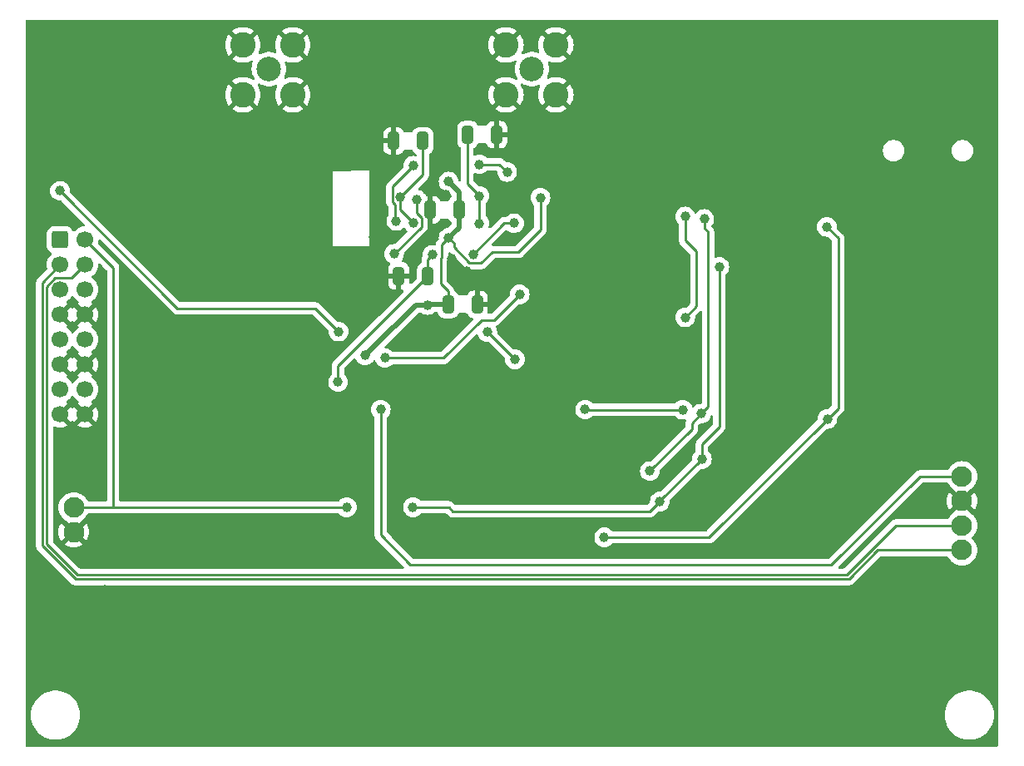
<source format=gbl>
G04 #@! TF.GenerationSoftware,KiCad,Pcbnew,8.0.3*
G04 #@! TF.CreationDate,2024-06-18T21:48:17-04:00*
G04 #@! TF.ProjectId,qse2,71736532-2e6b-4696-9361-645f70636258,rev?*
G04 #@! TF.SameCoordinates,Original*
G04 #@! TF.FileFunction,Copper,L2,Bot*
G04 #@! TF.FilePolarity,Positive*
%FSLAX46Y46*%
G04 Gerber Fmt 4.6, Leading zero omitted, Abs format (unit mm)*
G04 Created by KiCad (PCBNEW 8.0.3) date 2024-06-18 21:48:17*
%MOMM*%
%LPD*%
G01*
G04 APERTURE LIST*
G04 Aperture macros list*
%AMRoundRect*
0 Rectangle with rounded corners*
0 $1 Rounding radius*
0 $2 $3 $4 $5 $6 $7 $8 $9 X,Y pos of 4 corners*
0 Add a 4 corners polygon primitive as box body*
4,1,4,$2,$3,$4,$5,$6,$7,$8,$9,$2,$3,0*
0 Add four circle primitives for the rounded corners*
1,1,$1+$1,$2,$3*
1,1,$1+$1,$4,$5*
1,1,$1+$1,$6,$7*
1,1,$1+$1,$8,$9*
0 Add four rect primitives between the rounded corners*
20,1,$1+$1,$2,$3,$4,$5,0*
20,1,$1+$1,$4,$5,$6,$7,0*
20,1,$1+$1,$6,$7,$8,$9,0*
20,1,$1+$1,$8,$9,$2,$3,0*%
G04 Aperture macros list end*
G04 #@! TA.AperFunction,ComponentPad*
%ADD10C,2.600000*%
G04 #@! TD*
G04 #@! TA.AperFunction,ComponentPad*
%ADD11C,2.500000*%
G04 #@! TD*
G04 #@! TA.AperFunction,ComponentPad*
%ADD12C,2.100000*%
G04 #@! TD*
G04 #@! TA.AperFunction,ComponentPad*
%ADD13RoundRect,0.250000X-0.600000X-0.600000X0.600000X-0.600000X0.600000X0.600000X-0.600000X0.600000X0*%
G04 #@! TD*
G04 #@! TA.AperFunction,ComponentPad*
%ADD14C,1.700000*%
G04 #@! TD*
G04 #@! TA.AperFunction,SMDPad,CuDef*
%ADD15RoundRect,0.250000X0.325000X0.650000X-0.325000X0.650000X-0.325000X-0.650000X0.325000X-0.650000X0*%
G04 #@! TD*
G04 #@! TA.AperFunction,SMDPad,CuDef*
%ADD16RoundRect,0.250000X-0.325000X-0.650000X0.325000X-0.650000X0.325000X0.650000X-0.325000X0.650000X0*%
G04 #@! TD*
G04 #@! TA.AperFunction,ViaPad*
%ADD17C,1.000000*%
G04 #@! TD*
G04 #@! TA.AperFunction,ViaPad*
%ADD18C,0.800000*%
G04 #@! TD*
G04 #@! TA.AperFunction,Conductor*
%ADD19C,0.250000*%
G04 #@! TD*
G04 #@! TA.AperFunction,Conductor*
%ADD20C,0.500000*%
G04 #@! TD*
G04 APERTURE END LIST*
D10*
X121820000Y-42672000D03*
X121820000Y-47752000D03*
X126900000Y-42672000D03*
X126900000Y-47752000D03*
D11*
X124460000Y-45137000D03*
D10*
X148590000Y-42672000D03*
X148590000Y-47752000D03*
X153670000Y-42672000D03*
X153670000Y-47752000D03*
D11*
X151230000Y-45137000D03*
D12*
X104597200Y-89752800D03*
X104597200Y-92252800D03*
X195000000Y-86600000D03*
X195000000Y-89100000D03*
X195000000Y-91600000D03*
X195000000Y-94100000D03*
D13*
X103210000Y-62500000D03*
D14*
X105750000Y-62500000D03*
X103210000Y-65040000D03*
X105750000Y-65040000D03*
X103210000Y-67580000D03*
X105750000Y-67580000D03*
X103210000Y-70120000D03*
X105750000Y-70120000D03*
X103210000Y-72660000D03*
X105750000Y-72660000D03*
X103210000Y-75200000D03*
X105750000Y-75200000D03*
X103210000Y-77740000D03*
X105750000Y-77740000D03*
X103210000Y-80280000D03*
X105750000Y-80280000D03*
D15*
X145669000Y-69088000D03*
X142719000Y-69088000D03*
D16*
X137675000Y-66200000D03*
X140625000Y-66200000D03*
X140858000Y-59451000D03*
X143808000Y-59451000D03*
D15*
X140125000Y-52450000D03*
X137175000Y-52450000D03*
X147652000Y-51816000D03*
X144702000Y-51816000D03*
D17*
X197850000Y-97700000D03*
X107750000Y-98150000D03*
X145800000Y-67100000D03*
D18*
X149850000Y-76100000D03*
X147500000Y-74350000D03*
D17*
X160650000Y-78600000D03*
X161000000Y-98250000D03*
X166583900Y-84937600D03*
X123900000Y-68250000D03*
X138750000Y-50500000D03*
X165542500Y-72771000D03*
X144272000Y-70612000D03*
X181400000Y-90600000D03*
X149383000Y-62326000D03*
X109728000Y-60325000D03*
X197850000Y-107300000D03*
X155750000Y-52200000D03*
X162800000Y-51850000D03*
X171500000Y-76050000D03*
X124575000Y-75650000D03*
X130350000Y-75750000D03*
X147828000Y-59690000D03*
X189738000Y-64008000D03*
X132950000Y-75600000D03*
X119860000Y-73920000D03*
X181250000Y-98250000D03*
X186450000Y-84125000D03*
X141550000Y-53750000D03*
X144563000Y-65686000D03*
X137300000Y-75700000D03*
X141550000Y-76550000D03*
X132050000Y-69350000D03*
X181150000Y-79150000D03*
X184500000Y-82300000D03*
X143400000Y-50175000D03*
X151765000Y-66294000D03*
X135550000Y-53050000D03*
X175050000Y-63850000D03*
X157150000Y-84550000D03*
X176625000Y-83625000D03*
X197225000Y-60600000D03*
X162500000Y-87500000D03*
X141250000Y-54850000D03*
X163350000Y-81050000D03*
X191100000Y-113150000D03*
X166500000Y-94200000D03*
X178115500Y-76352400D03*
X159850000Y-63750000D03*
X148583000Y-53876000D03*
X143700000Y-88950000D03*
X101050000Y-41500000D03*
X126500000Y-54700000D03*
X123250000Y-63400000D03*
X181150000Y-63800000D03*
X181200000Y-70850000D03*
X142126000Y-60971000D03*
X171800000Y-71750000D03*
X142433000Y-57876000D03*
X141224000Y-70612000D03*
X196150000Y-47000000D03*
X147000000Y-81200000D03*
X147828000Y-68453000D03*
X186900000Y-77300000D03*
X106680000Y-59182000D03*
X109931200Y-66192400D03*
X186853100Y-70408800D03*
X164025000Y-78575000D03*
X117200000Y-51050000D03*
X125100000Y-61850000D03*
X162275000Y-91300000D03*
X133604000Y-71374000D03*
X100600000Y-55375000D03*
X163550000Y-84000000D03*
X127625000Y-64000000D03*
X149987000Y-73152000D03*
X147000000Y-78400000D03*
X162900000Y-68800000D03*
X135450000Y-64750000D03*
X115600000Y-61700000D03*
X151384000Y-63881000D03*
X170851100Y-56083200D03*
X177050000Y-41100000D03*
X164000000Y-76025000D03*
X158060000Y-69040000D03*
X164200000Y-62600000D03*
X132000000Y-66400000D03*
X181250000Y-94400000D03*
X120269000Y-91059000D03*
X118220000Y-78080000D03*
X158252700Y-81026000D03*
X130820000Y-78450000D03*
X149350000Y-88900000D03*
X109220000Y-57277000D03*
X130190000Y-60290000D03*
X107400000Y-113150000D03*
X134850000Y-78480000D03*
X130200000Y-58390000D03*
X155700000Y-78450000D03*
X172150000Y-84850000D03*
X114160000Y-73930000D03*
X166243000Y-89027000D03*
X183950000Y-76000000D03*
X124560000Y-73920000D03*
X154650000Y-88600000D03*
X135255000Y-56642000D03*
X149525000Y-91350000D03*
X147450000Y-113050000D03*
X197260000Y-41440000D03*
X137414000Y-73279000D03*
X137100000Y-81150000D03*
X179300000Y-84450000D03*
X156130000Y-75920000D03*
X154500000Y-94100000D03*
X166634700Y-65176400D03*
X156225000Y-73150000D03*
X171850000Y-91900000D03*
X127650000Y-70700000D03*
X197300000Y-82300000D03*
X125325000Y-58700000D03*
X175118300Y-56083200D03*
X137050000Y-98250000D03*
X183600000Y-68350000D03*
X116250000Y-83550000D03*
X159200000Y-87450000D03*
X166600000Y-68800000D03*
X137000000Y-95400000D03*
X193400000Y-49750000D03*
X109880000Y-88530000D03*
X135150000Y-62250000D03*
X139400000Y-94400000D03*
X113475000Y-69550000D03*
X185450000Y-63350000D03*
X143050000Y-64450000D03*
X172121100Y-64770000D03*
X164150000Y-60150000D03*
X168057100Y-49885600D03*
X155300000Y-81100000D03*
X119800000Y-56825000D03*
X100550000Y-106550000D03*
X130400000Y-72800000D03*
X119840000Y-71420000D03*
X184450000Y-57350000D03*
X123650000Y-65850000D03*
X122540000Y-70950000D03*
X136530102Y-54697200D03*
X154100000Y-61350000D03*
X122480000Y-78330000D03*
X156650000Y-79800000D03*
X166583900Y-79806800D03*
X135850000Y-79800000D03*
X141100000Y-64050000D03*
X166837900Y-60147200D03*
X166837900Y-70408800D03*
X131500000Y-77000000D03*
X137433000Y-60590000D03*
X139158000Y-54976000D03*
X146685000Y-71882000D03*
X139158000Y-60776000D03*
X137858000Y-58177000D03*
X149500000Y-74676000D03*
X137208000Y-63951000D03*
X139508000Y-58431000D03*
X131550000Y-71850000D03*
X149987000Y-68072000D03*
X103200000Y-57525000D03*
X136271000Y-74549000D03*
X145233000Y-63976000D03*
X149413000Y-60826000D03*
X145883000Y-54826000D03*
X148708000Y-55601000D03*
X145883000Y-60850000D03*
X145883000Y-58050000D03*
X168768300Y-60401200D03*
X163231100Y-86055200D03*
X168463500Y-80213200D03*
X158600000Y-92800000D03*
X181250000Y-61200000D03*
X181300000Y-80750000D03*
X132390000Y-89740000D03*
X170307000Y-65278000D03*
X168529000Y-84836000D03*
X139120000Y-89740000D03*
X164250000Y-89150000D03*
X152103000Y-58236000D03*
X142758000Y-62326000D03*
X140613000Y-69146000D03*
X134239000Y-74295000D03*
X142758000Y-56576000D03*
D19*
X145883000Y-60850000D02*
X145883000Y-58050000D01*
X144645500Y-56800000D02*
X144645500Y-52076000D01*
X145883000Y-58050000D02*
X145883000Y-58037500D01*
X145883000Y-58037500D02*
X144645500Y-56800000D01*
X135850000Y-92550000D02*
X135850000Y-79800000D01*
X156627100Y-79806800D02*
X156643200Y-79806800D01*
X156656800Y-79806800D02*
X166583900Y-79806800D01*
X140625000Y-64525000D02*
X141100000Y-64050000D01*
X138850000Y-95550000D02*
X138925000Y-95625000D01*
X190725000Y-86600000D02*
X181700000Y-95625000D01*
X140625000Y-66200000D02*
X133670000Y-73155000D01*
X138850000Y-95550000D02*
X135850000Y-92550000D01*
X131500000Y-75325000D02*
X131500000Y-77000000D01*
X133670000Y-73155000D02*
X131500000Y-75325000D01*
X138925000Y-95625000D02*
X181700000Y-95625000D01*
X166837900Y-62585600D02*
X166837900Y-60147200D01*
X156650000Y-79800000D02*
X156656800Y-79806800D01*
X195000000Y-86600000D02*
X192750000Y-86600000D01*
X166837900Y-70408800D02*
X167955500Y-69291200D01*
X192750000Y-86600000D02*
X190725000Y-86600000D01*
X167955500Y-63703200D02*
X166837900Y-62585600D01*
X156643200Y-79806800D02*
X156650000Y-79800000D01*
X140625000Y-66200000D02*
X140625000Y-64525000D01*
X167955500Y-69291200D02*
X167955500Y-63703200D01*
X137433000Y-60951000D02*
X137408000Y-60926000D01*
X137300000Y-58912727D02*
X137300000Y-60457000D01*
X137033000Y-57101000D02*
X139158000Y-54976000D01*
X137033000Y-58645727D02*
X137033000Y-57101000D01*
X137300000Y-58912727D02*
X137033000Y-58645727D01*
X137300000Y-60457000D02*
X137433000Y-60590000D01*
X140125000Y-55910000D02*
X137858000Y-58177000D01*
X140125000Y-52450000D02*
X140125000Y-55910000D01*
X137858000Y-59476000D02*
X139158000Y-60776000D01*
X146685000Y-71882000D02*
X149479000Y-74676000D01*
X137858000Y-59476000D02*
X137858000Y-58177000D01*
X139983000Y-60276000D02*
X139983000Y-61176000D01*
X139513000Y-59806000D02*
X139513000Y-58436000D01*
X139513000Y-59806000D02*
X139983000Y-60276000D01*
X139983000Y-61176000D02*
X137208000Y-63951000D01*
X139513000Y-58436000D02*
X139508000Y-58431000D01*
X146113500Y-70675500D02*
X147383500Y-70675500D01*
X129194400Y-69494400D02*
X115169400Y-69494400D01*
X115169400Y-69494400D02*
X103200000Y-57525000D01*
X147383500Y-70675500D02*
X149987000Y-68072000D01*
X131550000Y-71850000D02*
X129194400Y-69494400D01*
X103210000Y-62500000D02*
X103225000Y-62500000D01*
X142240000Y-74549000D02*
X146113500Y-70675500D01*
X136271000Y-74549000D02*
X142240000Y-74549000D01*
X186450000Y-94100000D02*
X183500000Y-97050000D01*
X103210000Y-65040000D02*
X101400000Y-66850000D01*
X104763604Y-97050000D02*
X183500000Y-97050000D01*
X195000000Y-94100000D02*
X186450000Y-94100000D01*
X101400000Y-66850000D02*
X101400000Y-93686396D01*
X101400000Y-93686396D02*
X104763604Y-97050000D01*
X148383000Y-60826000D02*
X145233000Y-63976000D01*
X149413000Y-60826000D02*
X148383000Y-60826000D01*
X145883000Y-54826000D02*
X147933000Y-54826000D01*
X147933000Y-54826000D02*
X148708000Y-55601000D01*
X195000000Y-91600000D02*
X188250000Y-91600000D01*
X101850000Y-93500000D02*
X104950000Y-96600000D01*
X188250000Y-91600000D02*
X183250000Y-96600000D01*
X102723299Y-66405000D02*
X101850000Y-67278299D01*
X104950000Y-96600000D02*
X183250000Y-96600000D01*
X105750000Y-65040000D02*
X104385000Y-66405000D01*
X101850000Y-67278299D02*
X101850000Y-93500000D01*
X104385000Y-66405000D02*
X102723299Y-66405000D01*
X168768300Y-61326300D02*
X168768300Y-60401200D01*
X169171000Y-79505700D02*
X169171000Y-61729000D01*
X167498300Y-81178400D02*
X168463500Y-80213200D01*
X167498300Y-81788000D02*
X167498300Y-81178400D01*
X163231100Y-86055200D02*
X167498300Y-81788000D01*
X168463500Y-80213200D02*
X169171000Y-79505700D01*
X169171000Y-61729000D02*
X168768300Y-61326300D01*
X158600000Y-92800000D02*
X169250000Y-92800000D01*
X181250000Y-61200000D02*
X182400000Y-62350000D01*
X182400000Y-79650000D02*
X181300000Y-80750000D01*
X181250000Y-61550000D02*
X181250000Y-61200000D01*
X169250000Y-92800000D02*
X181300000Y-80750000D01*
X182400000Y-62350000D02*
X182400000Y-79650000D01*
X108610000Y-89752800D02*
X132377200Y-89752800D01*
X108610400Y-89752400D02*
X108610000Y-89752800D01*
X105750000Y-62500000D02*
X108610400Y-65360400D01*
X104597200Y-89752800D02*
X108610000Y-89752800D01*
X108610400Y-65360400D02*
X108610400Y-89752400D01*
X132377200Y-89752800D02*
X132390000Y-89740000D01*
X146540000Y-90140000D02*
X146550000Y-90150000D01*
X164250000Y-89115000D02*
X164250000Y-89150000D01*
X163215000Y-90150000D02*
X146550000Y-90150000D01*
X164250000Y-89150000D02*
X164215000Y-89150000D01*
X170307000Y-65278000D02*
X170307000Y-81534000D01*
X142780000Y-89740000D02*
X143180000Y-90140000D01*
X164215000Y-89150000D02*
X163215000Y-90150000D01*
X170307000Y-81534000D02*
X168529000Y-83312000D01*
X168529000Y-83312000D02*
X168529000Y-84836000D01*
X143180000Y-90140000D02*
X146540000Y-90140000D01*
X139120000Y-89740000D02*
X142780000Y-89740000D01*
X168529000Y-84836000D02*
X164250000Y-89115000D01*
X142758000Y-62326000D02*
X143283000Y-62851000D01*
X142719000Y-67769000D02*
X142719000Y-69088000D01*
X142075000Y-63009000D02*
X142075000Y-64275000D01*
X142075000Y-64275000D02*
X141950000Y-64400000D01*
X142758000Y-62326000D02*
X142075000Y-63009000D01*
X144883000Y-64876000D02*
X146071000Y-64876000D01*
D20*
X143808000Y-59451000D02*
X143808000Y-61276000D01*
X140671000Y-69088000D02*
X140613000Y-69146000D01*
D19*
X147193000Y-63754000D02*
X149845000Y-63754000D01*
X146071000Y-64876000D02*
X147193000Y-63754000D01*
X152103000Y-61496000D02*
X152103000Y-58236000D01*
X141950000Y-67000000D02*
X142719000Y-67769000D01*
X149845000Y-63754000D02*
X152103000Y-61496000D01*
D20*
X137229897Y-71362103D02*
X139446000Y-69146000D01*
X143808000Y-57626000D02*
X142758000Y-56576000D01*
X139446000Y-69146000D02*
X140613000Y-69146000D01*
X143808000Y-59451000D02*
X143808000Y-57626000D01*
D19*
X140613000Y-69146000D02*
X140433000Y-68966000D01*
X141950000Y-64400000D02*
X141950000Y-67000000D01*
D20*
X134239000Y-74295000D02*
X137171897Y-71362103D01*
D19*
X143283000Y-63276000D02*
X144883000Y-64876000D01*
D20*
X137171897Y-71362103D02*
X137229897Y-71362103D01*
X142719000Y-69088000D02*
X140671000Y-69088000D01*
X143808000Y-61276000D02*
X142758000Y-62326000D01*
D19*
X143283000Y-62851000D02*
X143283000Y-63276000D01*
G04 #@! TA.AperFunction,Conductor*
G36*
X193565026Y-87245185D02*
G01*
X193610781Y-87297989D01*
X193612546Y-87302043D01*
X193614220Y-87306084D01*
X193614222Y-87306088D01*
X193741737Y-87514173D01*
X193741738Y-87514176D01*
X193741741Y-87514179D01*
X193900241Y-87699759D01*
X194019030Y-87801214D01*
X194085818Y-87858257D01*
X194085819Y-87858258D01*
X194085821Y-87858259D01*
X194140436Y-87891727D01*
X194163327Y-87909773D01*
X194829766Y-88576212D01*
X194787708Y-88587482D01*
X194662292Y-88659890D01*
X194559890Y-88762292D01*
X194487482Y-88887708D01*
X194476212Y-88929765D01*
X193738504Y-88192057D01*
X193614668Y-88394138D01*
X193521303Y-88619542D01*
X193464348Y-88856780D01*
X193445207Y-89100000D01*
X193464348Y-89343219D01*
X193521303Y-89580457D01*
X193614668Y-89805861D01*
X193738504Y-90007941D01*
X194476212Y-89270233D01*
X194487482Y-89312292D01*
X194559890Y-89437708D01*
X194662292Y-89540110D01*
X194787708Y-89612518D01*
X194829765Y-89623787D01*
X194163328Y-90290224D01*
X194140440Y-90308269D01*
X194085822Y-90341740D01*
X194085818Y-90341743D01*
X193900241Y-90500241D01*
X193741738Y-90685823D01*
X193741737Y-90685826D01*
X193614222Y-90893911D01*
X193614220Y-90893915D01*
X193612546Y-90897957D01*
X193568703Y-90952359D01*
X193502408Y-90974421D01*
X193497987Y-90974500D01*
X188188389Y-90974500D01*
X188127971Y-90986518D01*
X188067548Y-90998537D01*
X188067543Y-90998538D01*
X188037316Y-91011059D01*
X188020397Y-91018067D01*
X187998169Y-91027274D01*
X187953713Y-91045688D01*
X187943557Y-91052475D01*
X187943449Y-91052547D01*
X187851268Y-91114140D01*
X187826832Y-91138577D01*
X187764142Y-91201267D01*
X187764139Y-91201270D01*
X183027229Y-95938181D01*
X182965906Y-95971666D01*
X182939548Y-95974500D01*
X182534452Y-95974500D01*
X182467413Y-95954815D01*
X182421658Y-95902011D01*
X182411714Y-95832853D01*
X182440739Y-95769297D01*
X182446771Y-95762819D01*
X186609591Y-91600000D01*
X190947772Y-87261819D01*
X191009095Y-87228334D01*
X191035453Y-87225500D01*
X192688394Y-87225500D01*
X193497987Y-87225500D01*
X193565026Y-87245185D01*
G37*
G04 #@! TD.AperFunction*
G04 #@! TA.AperFunction,Conductor*
G36*
X104564855Y-78406546D02*
G01*
X104581575Y-78425842D01*
X104711500Y-78611395D01*
X104711505Y-78611401D01*
X104878599Y-78778495D01*
X105015500Y-78874354D01*
X105064594Y-78908730D01*
X105108218Y-78963307D01*
X105115411Y-79032806D01*
X105083889Y-79095160D01*
X105064593Y-79111880D01*
X104988626Y-79165072D01*
X104988625Y-79165072D01*
X105620590Y-79797037D01*
X105557007Y-79814075D01*
X105442993Y-79879901D01*
X105349901Y-79972993D01*
X105284075Y-80087007D01*
X105267037Y-80150590D01*
X104635072Y-79518625D01*
X104635072Y-79518626D01*
X104581574Y-79595030D01*
X104526998Y-79638655D01*
X104457499Y-79645849D01*
X104395144Y-79614326D01*
X104378424Y-79595030D01*
X104324925Y-79518626D01*
X104324925Y-79518625D01*
X103692962Y-80150589D01*
X103675925Y-80087007D01*
X103610099Y-79972993D01*
X103517007Y-79879901D01*
X103402993Y-79814075D01*
X103339409Y-79797037D01*
X103971373Y-79165073D01*
X103971373Y-79165072D01*
X103895405Y-79111880D01*
X103851780Y-79057304D01*
X103844586Y-78987805D01*
X103876108Y-78925451D01*
X103895399Y-78908734D01*
X104081401Y-78778495D01*
X104248495Y-78611401D01*
X104378425Y-78425842D01*
X104433002Y-78382217D01*
X104502500Y-78375023D01*
X104564855Y-78406546D01*
G37*
G04 #@! TD.AperFunction*
G04 #@! TA.AperFunction,Conductor*
G36*
X105284075Y-75392993D02*
G01*
X105349901Y-75507007D01*
X105442993Y-75600099D01*
X105557007Y-75665925D01*
X105620590Y-75682962D01*
X104988625Y-76314925D01*
X105064594Y-76368119D01*
X105108219Y-76422696D01*
X105115413Y-76492194D01*
X105083890Y-76554549D01*
X105064595Y-76571269D01*
X104878594Y-76701508D01*
X104711505Y-76868597D01*
X104581575Y-77054158D01*
X104526998Y-77097783D01*
X104457500Y-77104977D01*
X104395145Y-77073454D01*
X104378425Y-77054158D01*
X104248494Y-76868597D01*
X104081402Y-76701506D01*
X104081401Y-76701505D01*
X103895405Y-76571269D01*
X103851781Y-76516692D01*
X103844588Y-76447193D01*
X103876110Y-76384839D01*
X103895405Y-76368119D01*
X103971373Y-76314925D01*
X103339410Y-75682962D01*
X103402993Y-75665925D01*
X103517007Y-75600099D01*
X103610099Y-75507007D01*
X103675925Y-75392993D01*
X103692962Y-75329410D01*
X104324925Y-75961373D01*
X104378425Y-75884968D01*
X104433002Y-75841344D01*
X104502501Y-75834151D01*
X104564855Y-75865673D01*
X104581576Y-75884969D01*
X104635073Y-75961372D01*
X105267037Y-75329409D01*
X105284075Y-75392993D01*
G37*
G04 #@! TD.AperFunction*
G04 #@! TA.AperFunction,Conductor*
G36*
X104564855Y-73326546D02*
G01*
X104581575Y-73345842D01*
X104711500Y-73531395D01*
X104711505Y-73531401D01*
X104878599Y-73698495D01*
X105015500Y-73794354D01*
X105064594Y-73828730D01*
X105108218Y-73883307D01*
X105115411Y-73952806D01*
X105083889Y-74015160D01*
X105064593Y-74031880D01*
X104988626Y-74085072D01*
X104988625Y-74085072D01*
X105620590Y-74717037D01*
X105557007Y-74734075D01*
X105442993Y-74799901D01*
X105349901Y-74892993D01*
X105284075Y-75007007D01*
X105267037Y-75070590D01*
X104635072Y-74438625D01*
X104635072Y-74438626D01*
X104581574Y-74515030D01*
X104526998Y-74558655D01*
X104457499Y-74565849D01*
X104395144Y-74534326D01*
X104378424Y-74515030D01*
X104324925Y-74438626D01*
X104324925Y-74438625D01*
X103692962Y-75070589D01*
X103675925Y-75007007D01*
X103610099Y-74892993D01*
X103517007Y-74799901D01*
X103402993Y-74734075D01*
X103339409Y-74717037D01*
X103971373Y-74085073D01*
X103971373Y-74085072D01*
X103895405Y-74031880D01*
X103851780Y-73977304D01*
X103844586Y-73907805D01*
X103876108Y-73845451D01*
X103895399Y-73828734D01*
X104081401Y-73698495D01*
X104248495Y-73531401D01*
X104378425Y-73345842D01*
X104433002Y-73302217D01*
X104502500Y-73295023D01*
X104564855Y-73326546D01*
G37*
G04 #@! TD.AperFunction*
G04 #@! TA.AperFunction,Conductor*
G36*
X105284075Y-70312993D02*
G01*
X105349901Y-70427007D01*
X105442993Y-70520099D01*
X105557007Y-70585925D01*
X105620590Y-70602962D01*
X104988625Y-71234925D01*
X105064594Y-71288119D01*
X105108219Y-71342696D01*
X105115413Y-71412194D01*
X105083890Y-71474549D01*
X105064595Y-71491269D01*
X104878594Y-71621508D01*
X104711505Y-71788597D01*
X104581575Y-71974158D01*
X104526998Y-72017783D01*
X104457500Y-72024977D01*
X104395145Y-71993454D01*
X104378425Y-71974158D01*
X104248494Y-71788597D01*
X104081402Y-71621506D01*
X104081401Y-71621505D01*
X103913844Y-71504180D01*
X103895405Y-71491269D01*
X103851781Y-71436692D01*
X103844588Y-71367193D01*
X103876110Y-71304839D01*
X103895405Y-71288119D01*
X103971373Y-71234925D01*
X103339410Y-70602962D01*
X103402993Y-70585925D01*
X103517007Y-70520099D01*
X103610099Y-70427007D01*
X103675925Y-70312993D01*
X103692962Y-70249410D01*
X104324925Y-70881373D01*
X104378425Y-70804968D01*
X104433002Y-70761344D01*
X104502501Y-70754151D01*
X104564855Y-70785673D01*
X104581576Y-70804969D01*
X104635073Y-70881372D01*
X105267037Y-70249409D01*
X105284075Y-70312993D01*
G37*
G04 #@! TD.AperFunction*
G04 #@! TA.AperFunction,Conductor*
G36*
X104564855Y-68246546D02*
G01*
X104581575Y-68265842D01*
X104711500Y-68451395D01*
X104711505Y-68451401D01*
X104878599Y-68618495D01*
X105015500Y-68714354D01*
X105064594Y-68748730D01*
X105108218Y-68803307D01*
X105115411Y-68872806D01*
X105083889Y-68935160D01*
X105064593Y-68951880D01*
X104988626Y-69005072D01*
X104988625Y-69005072D01*
X105620590Y-69637037D01*
X105557007Y-69654075D01*
X105442993Y-69719901D01*
X105349901Y-69812993D01*
X105284075Y-69927007D01*
X105267037Y-69990590D01*
X104635072Y-69358625D01*
X104635072Y-69358626D01*
X104581574Y-69435030D01*
X104526998Y-69478655D01*
X104457499Y-69485849D01*
X104395144Y-69454326D01*
X104378424Y-69435030D01*
X104324925Y-69358626D01*
X104324925Y-69358625D01*
X103692962Y-69990589D01*
X103675925Y-69927007D01*
X103610099Y-69812993D01*
X103517007Y-69719901D01*
X103402993Y-69654075D01*
X103339409Y-69637037D01*
X103971373Y-69005073D01*
X103971373Y-69005072D01*
X103895405Y-68951880D01*
X103851780Y-68897304D01*
X103844586Y-68827805D01*
X103876108Y-68765451D01*
X103895399Y-68748734D01*
X104081401Y-68618495D01*
X104248495Y-68451401D01*
X104364868Y-68285203D01*
X104378425Y-68265842D01*
X104433002Y-68222217D01*
X104502500Y-68215023D01*
X104564855Y-68246546D01*
G37*
G04 #@! TD.AperFunction*
G04 #@! TA.AperFunction,Conductor*
G36*
X141614169Y-69858185D02*
G01*
X141659924Y-69910989D01*
X141664836Y-69923495D01*
X141709114Y-70057118D01*
X141709186Y-70057333D01*
X141709187Y-70057336D01*
X141732950Y-70095862D01*
X141801288Y-70206656D01*
X141925344Y-70330712D01*
X142074666Y-70422814D01*
X142241203Y-70477999D01*
X142343991Y-70488500D01*
X143094008Y-70488499D01*
X143094016Y-70488498D01*
X143094019Y-70488498D01*
X143150302Y-70482748D01*
X143196797Y-70477999D01*
X143363334Y-70422814D01*
X143512656Y-70330712D01*
X143636712Y-70206656D01*
X143728814Y-70057334D01*
X143728816Y-70057326D01*
X143731864Y-70050791D01*
X143734252Y-70051904D01*
X143767054Y-70004541D01*
X143831573Y-69977726D01*
X143844975Y-69977000D01*
X144543551Y-69977000D01*
X144610590Y-69996685D01*
X144656345Y-70049489D01*
X144657746Y-70053057D01*
X144659640Y-70057118D01*
X144751684Y-70206345D01*
X144875654Y-70330315D01*
X145024875Y-70422356D01*
X145024880Y-70422358D01*
X145177434Y-70472909D01*
X145234879Y-70512681D01*
X145261702Y-70577197D01*
X145249387Y-70645973D01*
X145226111Y-70678296D01*
X142017229Y-73887181D01*
X141955906Y-73920666D01*
X141929548Y-73923500D01*
X137110603Y-73923500D01*
X137043564Y-73903815D01*
X137014750Y-73878165D01*
X136981883Y-73838116D01*
X136829539Y-73713090D01*
X136829532Y-73713086D01*
X136655733Y-73620188D01*
X136655727Y-73620186D01*
X136467132Y-73562976D01*
X136467129Y-73562975D01*
X136332282Y-73549694D01*
X136267495Y-73523533D01*
X136227137Y-73466498D01*
X136224020Y-73396698D01*
X136256754Y-73338612D01*
X137538571Y-72056795D01*
X137578804Y-72029915D01*
X137585392Y-72027187D01*
X137634626Y-71994289D01*
X137650183Y-71983895D01*
X137667879Y-71972071D01*
X137708313Y-71945055D01*
X139720549Y-69932819D01*
X139781872Y-69899334D01*
X139808230Y-69896500D01*
X139906022Y-69896500D01*
X139973061Y-69916185D01*
X139984687Y-69924647D01*
X140054460Y-69981909D01*
X140054467Y-69981913D01*
X140228266Y-70074811D01*
X140228269Y-70074811D01*
X140228273Y-70074814D01*
X140416868Y-70132024D01*
X140613000Y-70151341D01*
X140809132Y-70132024D01*
X140997727Y-70074814D01*
X140999185Y-70074035D01*
X141092657Y-70024073D01*
X141171538Y-69981910D01*
X141241313Y-69924647D01*
X141311986Y-69866647D01*
X141376296Y-69839334D01*
X141390651Y-69838500D01*
X141547130Y-69838500D01*
X141614169Y-69858185D01*
G37*
G04 #@! TD.AperFunction*
G04 #@! TA.AperFunction,Conductor*
G36*
X198642539Y-40120185D02*
G01*
X198688294Y-40172989D01*
X198699500Y-40224500D01*
X198699500Y-113975500D01*
X198679815Y-114042539D01*
X198627011Y-114088294D01*
X198575500Y-114099500D01*
X99824500Y-114099500D01*
X99757461Y-114079815D01*
X99711706Y-114027011D01*
X99700500Y-113975500D01*
X99700500Y-110899994D01*
X100244556Y-110899994D01*
X100244556Y-110900005D01*
X100264310Y-111214004D01*
X100264311Y-111214011D01*
X100323270Y-111523083D01*
X100420497Y-111822316D01*
X100420499Y-111822321D01*
X100554461Y-112107003D01*
X100554464Y-112107009D01*
X100723051Y-112372661D01*
X100723054Y-112372665D01*
X100923606Y-112615090D01*
X100923608Y-112615092D01*
X101152968Y-112830476D01*
X101152978Y-112830484D01*
X101407504Y-113015408D01*
X101407509Y-113015410D01*
X101407516Y-113015416D01*
X101683234Y-113166994D01*
X101683239Y-113166996D01*
X101683241Y-113166997D01*
X101683242Y-113166998D01*
X101975771Y-113282818D01*
X101975774Y-113282819D01*
X102280523Y-113361065D01*
X102280527Y-113361066D01*
X102346010Y-113369338D01*
X102592670Y-113400499D01*
X102592679Y-113400499D01*
X102592682Y-113400500D01*
X102592684Y-113400500D01*
X102907316Y-113400500D01*
X102907318Y-113400500D01*
X102907321Y-113400499D01*
X102907329Y-113400499D01*
X103093593Y-113376968D01*
X103219473Y-113361066D01*
X103524225Y-113282819D01*
X103524228Y-113282818D01*
X103816757Y-113166998D01*
X103816758Y-113166997D01*
X103816756Y-113166997D01*
X103816766Y-113166994D01*
X104092484Y-113015416D01*
X104347030Y-112830478D01*
X104576390Y-112615094D01*
X104776947Y-112372663D01*
X104945537Y-112107007D01*
X105079503Y-111822315D01*
X105176731Y-111523079D01*
X105235688Y-111214015D01*
X105255444Y-110900000D01*
X105255444Y-110899994D01*
X193244556Y-110899994D01*
X193244556Y-110900005D01*
X193264310Y-111214004D01*
X193264311Y-111214011D01*
X193323270Y-111523083D01*
X193420497Y-111822316D01*
X193420499Y-111822321D01*
X193554461Y-112107003D01*
X193554464Y-112107009D01*
X193723051Y-112372661D01*
X193723054Y-112372665D01*
X193923606Y-112615090D01*
X193923608Y-112615092D01*
X194152968Y-112830476D01*
X194152978Y-112830484D01*
X194407504Y-113015408D01*
X194407509Y-113015410D01*
X194407516Y-113015416D01*
X194683234Y-113166994D01*
X194683239Y-113166996D01*
X194683241Y-113166997D01*
X194683242Y-113166998D01*
X194975771Y-113282818D01*
X194975774Y-113282819D01*
X195280523Y-113361065D01*
X195280527Y-113361066D01*
X195346010Y-113369338D01*
X195592670Y-113400499D01*
X195592679Y-113400499D01*
X195592682Y-113400500D01*
X195592684Y-113400500D01*
X195907316Y-113400500D01*
X195907318Y-113400500D01*
X195907321Y-113400499D01*
X195907329Y-113400499D01*
X196093593Y-113376968D01*
X196219473Y-113361066D01*
X196524225Y-113282819D01*
X196524228Y-113282818D01*
X196816757Y-113166998D01*
X196816758Y-113166997D01*
X196816756Y-113166997D01*
X196816766Y-113166994D01*
X197092484Y-113015416D01*
X197347030Y-112830478D01*
X197576390Y-112615094D01*
X197776947Y-112372663D01*
X197945537Y-112107007D01*
X198079503Y-111822315D01*
X198176731Y-111523079D01*
X198235688Y-111214015D01*
X198255444Y-110900000D01*
X198239916Y-110653190D01*
X198235689Y-110585995D01*
X198235688Y-110585988D01*
X198235688Y-110585985D01*
X198176731Y-110276921D01*
X198079503Y-109977685D01*
X197945537Y-109692993D01*
X197776947Y-109427337D01*
X197758983Y-109405622D01*
X197576393Y-109184909D01*
X197576391Y-109184907D01*
X197347031Y-108969523D01*
X197347021Y-108969515D01*
X197092495Y-108784591D01*
X197092488Y-108784586D01*
X197092484Y-108784584D01*
X196816766Y-108633006D01*
X196816763Y-108633004D01*
X196816758Y-108633002D01*
X196816757Y-108633001D01*
X196524228Y-108517181D01*
X196524225Y-108517180D01*
X196219476Y-108438934D01*
X196219463Y-108438932D01*
X195907329Y-108399500D01*
X195907318Y-108399500D01*
X195592682Y-108399500D01*
X195592670Y-108399500D01*
X195280536Y-108438932D01*
X195280523Y-108438934D01*
X194975774Y-108517180D01*
X194975771Y-108517181D01*
X194683242Y-108633001D01*
X194683241Y-108633002D01*
X194407516Y-108784584D01*
X194407504Y-108784591D01*
X194152978Y-108969515D01*
X194152968Y-108969523D01*
X193923608Y-109184907D01*
X193923606Y-109184909D01*
X193723054Y-109427334D01*
X193723051Y-109427338D01*
X193554464Y-109692990D01*
X193554461Y-109692996D01*
X193420499Y-109977678D01*
X193420497Y-109977683D01*
X193323270Y-110276916D01*
X193264311Y-110585988D01*
X193264310Y-110585995D01*
X193244556Y-110899994D01*
X105255444Y-110899994D01*
X105239916Y-110653190D01*
X105235689Y-110585995D01*
X105235688Y-110585988D01*
X105235688Y-110585985D01*
X105176731Y-110276921D01*
X105079503Y-109977685D01*
X104945537Y-109692993D01*
X104776947Y-109427337D01*
X104758983Y-109405622D01*
X104576393Y-109184909D01*
X104576391Y-109184907D01*
X104347031Y-108969523D01*
X104347021Y-108969515D01*
X104092495Y-108784591D01*
X104092488Y-108784586D01*
X104092484Y-108784584D01*
X103816766Y-108633006D01*
X103816763Y-108633004D01*
X103816758Y-108633002D01*
X103816757Y-108633001D01*
X103524228Y-108517181D01*
X103524225Y-108517180D01*
X103219476Y-108438934D01*
X103219463Y-108438932D01*
X102907329Y-108399500D01*
X102907318Y-108399500D01*
X102592682Y-108399500D01*
X102592670Y-108399500D01*
X102280536Y-108438932D01*
X102280523Y-108438934D01*
X101975774Y-108517180D01*
X101975771Y-108517181D01*
X101683242Y-108633001D01*
X101683241Y-108633002D01*
X101407516Y-108784584D01*
X101407504Y-108784591D01*
X101152978Y-108969515D01*
X101152968Y-108969523D01*
X100923608Y-109184907D01*
X100923606Y-109184909D01*
X100723054Y-109427334D01*
X100723051Y-109427338D01*
X100554464Y-109692990D01*
X100554461Y-109692996D01*
X100420499Y-109977678D01*
X100420497Y-109977683D01*
X100323270Y-110276916D01*
X100264311Y-110585988D01*
X100264310Y-110585995D01*
X100244556Y-110899994D01*
X99700500Y-110899994D01*
X99700500Y-66788396D01*
X100774500Y-66788396D01*
X100774500Y-93748007D01*
X100798535Y-93868840D01*
X100798540Y-93868857D01*
X100845684Y-93982674D01*
X100845691Y-93982688D01*
X100854945Y-93996536D01*
X100854947Y-93996538D01*
X100914140Y-94085127D01*
X100914141Y-94085128D01*
X100914142Y-94085129D01*
X101001267Y-94172254D01*
X101001268Y-94172254D01*
X101008335Y-94179321D01*
X101008334Y-94179321D01*
X101008338Y-94179324D01*
X104364866Y-97535854D01*
X104364869Y-97535857D01*
X104416094Y-97570084D01*
X104467318Y-97604311D01*
X104581152Y-97651463D01*
X104701992Y-97675499D01*
X104701996Y-97675500D01*
X104701997Y-97675500D01*
X183561607Y-97675500D01*
X183622029Y-97663481D01*
X183682452Y-97651463D01*
X183682455Y-97651461D01*
X183682458Y-97651461D01*
X183715787Y-97637654D01*
X183715786Y-97637654D01*
X183715792Y-97637652D01*
X183796286Y-97604312D01*
X183847509Y-97570084D01*
X183898733Y-97535858D01*
X183985858Y-97448733D01*
X183985859Y-97448731D01*
X183992925Y-97441665D01*
X183992927Y-97441661D01*
X186672771Y-94761819D01*
X186734094Y-94728334D01*
X186760452Y-94725500D01*
X193497987Y-94725500D01*
X193565026Y-94745185D01*
X193610781Y-94797989D01*
X193612546Y-94802043D01*
X193614220Y-94806084D01*
X193614222Y-94806088D01*
X193741737Y-95014173D01*
X193741738Y-95014176D01*
X193741741Y-95014179D01*
X193900241Y-95199759D01*
X194043897Y-95322453D01*
X194085823Y-95358261D01*
X194085826Y-95358262D01*
X194293910Y-95485777D01*
X194519381Y-95579169D01*
X194519378Y-95579169D01*
X194519384Y-95579170D01*
X194519388Y-95579172D01*
X194756698Y-95636146D01*
X195000000Y-95655294D01*
X195243302Y-95636146D01*
X195480612Y-95579172D01*
X195706089Y-95485777D01*
X195914179Y-95358259D01*
X196099759Y-95199759D01*
X196258259Y-95014179D01*
X196385777Y-94806089D01*
X196479172Y-94580612D01*
X196536146Y-94343302D01*
X196555294Y-94100000D01*
X196536146Y-93856698D01*
X196479172Y-93619388D01*
X196479169Y-93619380D01*
X196385777Y-93393910D01*
X196270321Y-93205505D01*
X196258261Y-93185825D01*
X196258261Y-93185823D01*
X196099759Y-93000241D01*
X196094944Y-92996129D01*
X196034245Y-92944287D01*
X195996055Y-92885784D01*
X195995555Y-92815917D01*
X196032908Y-92756870D01*
X196034121Y-92755818D01*
X196099759Y-92699759D01*
X196258259Y-92514179D01*
X196385777Y-92306089D01*
X196479172Y-92080612D01*
X196536146Y-91843302D01*
X196555294Y-91600000D01*
X196536146Y-91356698D01*
X196479172Y-91119388D01*
X196476999Y-91114142D01*
X196385777Y-90893910D01*
X196258262Y-90685826D01*
X196258261Y-90685823D01*
X196207045Y-90625857D01*
X196099759Y-90500241D01*
X195977063Y-90395449D01*
X195914176Y-90341738D01*
X195914173Y-90341737D01*
X195859562Y-90308271D01*
X195836671Y-90290225D01*
X195170234Y-89623787D01*
X195212292Y-89612518D01*
X195337708Y-89540110D01*
X195440110Y-89437708D01*
X195512518Y-89312292D01*
X195523787Y-89270234D01*
X196261494Y-90007941D01*
X196261495Y-90007941D01*
X196385331Y-89805861D01*
X196478696Y-89580457D01*
X196535651Y-89343219D01*
X196554792Y-89100000D01*
X196535651Y-88856780D01*
X196478696Y-88619542D01*
X196385331Y-88394138D01*
X196261494Y-88192057D01*
X195523787Y-88929764D01*
X195512518Y-88887708D01*
X195440110Y-88762292D01*
X195337708Y-88659890D01*
X195212292Y-88587482D01*
X195170233Y-88576212D01*
X195836670Y-87909774D01*
X195859553Y-87891733D01*
X195914179Y-87858259D01*
X196099759Y-87699759D01*
X196258259Y-87514179D01*
X196385777Y-87306089D01*
X196479172Y-87080612D01*
X196536146Y-86843302D01*
X196555294Y-86600000D01*
X196536146Y-86356698D01*
X196479172Y-86119388D01*
X196477001Y-86114147D01*
X196385777Y-85893910D01*
X196258262Y-85685826D01*
X196258261Y-85685823D01*
X196222453Y-85643897D01*
X196099759Y-85500241D01*
X195975989Y-85394532D01*
X195914176Y-85341738D01*
X195914173Y-85341737D01*
X195706089Y-85214222D01*
X195480618Y-85120830D01*
X195480621Y-85120830D01*
X195265465Y-85069175D01*
X195243302Y-85063854D01*
X195243300Y-85063853D01*
X195243297Y-85063853D01*
X195000000Y-85044706D01*
X194756702Y-85063853D01*
X194519380Y-85120830D01*
X194293910Y-85214222D01*
X194085826Y-85341737D01*
X194085823Y-85341738D01*
X193900241Y-85500241D01*
X193741738Y-85685823D01*
X193741737Y-85685826D01*
X193614222Y-85893911D01*
X193614220Y-85893915D01*
X193612546Y-85897957D01*
X193568703Y-85952359D01*
X193502408Y-85974421D01*
X193497987Y-85974500D01*
X192811606Y-85974500D01*
X190786606Y-85974500D01*
X190663393Y-85974500D01*
X190567404Y-85993593D01*
X190567403Y-85993592D01*
X190542554Y-85998535D01*
X190542545Y-85998538D01*
X190428716Y-86045687D01*
X190343839Y-86102401D01*
X190326266Y-86114142D01*
X190326260Y-86114147D01*
X181477229Y-94963181D01*
X181415906Y-94996666D01*
X181389548Y-94999500D01*
X139235453Y-94999500D01*
X139168414Y-94979815D01*
X139147772Y-94963181D01*
X136984591Y-92800000D01*
X157594659Y-92800000D01*
X157613975Y-92996129D01*
X157671188Y-93184733D01*
X157764086Y-93358532D01*
X157764090Y-93358539D01*
X157889116Y-93510883D01*
X158041460Y-93635909D01*
X158041467Y-93635913D01*
X158215266Y-93728811D01*
X158215269Y-93728811D01*
X158215273Y-93728814D01*
X158403868Y-93786024D01*
X158600000Y-93805341D01*
X158796132Y-93786024D01*
X158984727Y-93728814D01*
X159158538Y-93635910D01*
X159310883Y-93510883D01*
X159343750Y-93470835D01*
X159401495Y-93431501D01*
X159439603Y-93425500D01*
X169311607Y-93425500D01*
X169372029Y-93413481D01*
X169432452Y-93401463D01*
X169432455Y-93401461D01*
X169432458Y-93401461D01*
X169465787Y-93387654D01*
X169465786Y-93387654D01*
X169465792Y-93387652D01*
X169546286Y-93354312D01*
X169601304Y-93317549D01*
X169648733Y-93285858D01*
X169735858Y-93198733D01*
X169735858Y-93198731D01*
X169746066Y-93188524D01*
X169746067Y-93188521D01*
X181148607Y-81785982D01*
X181209928Y-81752499D01*
X181248437Y-81750262D01*
X181300000Y-81755341D01*
X181496132Y-81736024D01*
X181684727Y-81678814D01*
X181858538Y-81585910D01*
X182010883Y-81460883D01*
X182135910Y-81308538D01*
X182228814Y-81134727D01*
X182286024Y-80946132D01*
X182305341Y-80750000D01*
X182300262Y-80698437D01*
X182313280Y-80629794D01*
X182335981Y-80598607D01*
X182798729Y-80135860D01*
X182798733Y-80135858D01*
X182885858Y-80048733D01*
X182954311Y-79946286D01*
X182954312Y-79946285D01*
X183001463Y-79832451D01*
X183025500Y-79711607D01*
X183025500Y-79588393D01*
X183025500Y-62417741D01*
X183025501Y-62417720D01*
X183025501Y-62288391D01*
X183001464Y-62167552D01*
X183001461Y-62167543D01*
X182997485Y-62157945D01*
X182997482Y-62157939D01*
X182981932Y-62120397D01*
X182954312Y-62053715D01*
X182910462Y-61988090D01*
X182885858Y-61951267D01*
X182885855Y-61951263D01*
X182285984Y-61351394D01*
X182252499Y-61290071D01*
X182250262Y-61251562D01*
X182255341Y-61200000D01*
X182236024Y-61003868D01*
X182178814Y-60815273D01*
X182178811Y-60815269D01*
X182178811Y-60815266D01*
X182085913Y-60641467D01*
X182085909Y-60641460D01*
X181960883Y-60489116D01*
X181808539Y-60364090D01*
X181808532Y-60364086D01*
X181634733Y-60271188D01*
X181634727Y-60271186D01*
X181446132Y-60213976D01*
X181446129Y-60213975D01*
X181250000Y-60194659D01*
X181053870Y-60213975D01*
X180865266Y-60271188D01*
X180691467Y-60364086D01*
X180691460Y-60364090D01*
X180539116Y-60489116D01*
X180414090Y-60641460D01*
X180414086Y-60641467D01*
X180321188Y-60815266D01*
X180263975Y-61003870D01*
X180244659Y-61200000D01*
X180263975Y-61396129D01*
X180275073Y-61432715D01*
X180318154Y-61574733D01*
X180321188Y-61584733D01*
X180414086Y-61758532D01*
X180414090Y-61758539D01*
X180539116Y-61910883D01*
X180691460Y-62035909D01*
X180691467Y-62035913D01*
X180865266Y-62128811D01*
X180865269Y-62128811D01*
X180865273Y-62128814D01*
X181053868Y-62186024D01*
X181250000Y-62205341D01*
X181301560Y-62200262D01*
X181370203Y-62213280D01*
X181401394Y-62235984D01*
X181738181Y-62572771D01*
X181771666Y-62634094D01*
X181774500Y-62660452D01*
X181774500Y-79339547D01*
X181754815Y-79406586D01*
X181738181Y-79427228D01*
X181451394Y-79714014D01*
X181390071Y-79747499D01*
X181351562Y-79749736D01*
X181300003Y-79744659D01*
X181300000Y-79744659D01*
X181103870Y-79763975D01*
X180915266Y-79821188D01*
X180741467Y-79914086D01*
X180741460Y-79914090D01*
X180589116Y-80039116D01*
X180464090Y-80191460D01*
X180464086Y-80191467D01*
X180371188Y-80365266D01*
X180313975Y-80553870D01*
X180294659Y-80750000D01*
X180294659Y-80750001D01*
X180299736Y-80801560D01*
X180286716Y-80870206D01*
X180264014Y-80901393D01*
X169027229Y-92138181D01*
X168965906Y-92171666D01*
X168939548Y-92174500D01*
X159439603Y-92174500D01*
X159372564Y-92154815D01*
X159343750Y-92129165D01*
X159310883Y-92089116D01*
X159158539Y-91964090D01*
X159158532Y-91964086D01*
X158984733Y-91871188D01*
X158984727Y-91871186D01*
X158796132Y-91813976D01*
X158796129Y-91813975D01*
X158600000Y-91794659D01*
X158403870Y-91813975D01*
X158215266Y-91871188D01*
X158041467Y-91964086D01*
X158041460Y-91964090D01*
X157889116Y-92089116D01*
X157764090Y-92241460D01*
X157764086Y-92241467D01*
X157671188Y-92415266D01*
X157613975Y-92603870D01*
X157594659Y-92800000D01*
X136984591Y-92800000D01*
X136511819Y-92327228D01*
X136478334Y-92265905D01*
X136475500Y-92239547D01*
X136475500Y-89740000D01*
X138114659Y-89740000D01*
X138133975Y-89936129D01*
X138133976Y-89936132D01*
X138177257Y-90078811D01*
X138191188Y-90124733D01*
X138284086Y-90298532D01*
X138284090Y-90298539D01*
X138409116Y-90450883D01*
X138561460Y-90575909D01*
X138561467Y-90575913D01*
X138735266Y-90668811D01*
X138735269Y-90668811D01*
X138735273Y-90668814D01*
X138923868Y-90726024D01*
X139120000Y-90745341D01*
X139316132Y-90726024D01*
X139504727Y-90668814D01*
X139508159Y-90666980D01*
X139678532Y-90575913D01*
X139678538Y-90575910D01*
X139830883Y-90450883D01*
X139863750Y-90410835D01*
X139921495Y-90371501D01*
X139959603Y-90365500D01*
X142469548Y-90365500D01*
X142536587Y-90385185D01*
X142557224Y-90401814D01*
X142781266Y-90625857D01*
X142883714Y-90694311D01*
X142997548Y-90741463D01*
X143118388Y-90765499D01*
X143118392Y-90765500D01*
X143118393Y-90765500D01*
X143118394Y-90765500D01*
X146425908Y-90765500D01*
X146450098Y-90767882D01*
X146488391Y-90775499D01*
X146488392Y-90775500D01*
X146488393Y-90775500D01*
X163276608Y-90775500D01*
X163276608Y-90775499D01*
X163339802Y-90762930D01*
X163397452Y-90751463D01*
X163458867Y-90726024D01*
X163511286Y-90704312D01*
X163567157Y-90666979D01*
X163613733Y-90635858D01*
X163700858Y-90548733D01*
X163700858Y-90548731D01*
X163711066Y-90538524D01*
X163711068Y-90538521D01*
X164066744Y-90182844D01*
X164128065Y-90149361D01*
X164166574Y-90147124D01*
X164250000Y-90155341D01*
X164446132Y-90136024D01*
X164634727Y-90078814D01*
X164808538Y-89985910D01*
X164960883Y-89860883D01*
X165085910Y-89708538D01*
X165178814Y-89534727D01*
X165236024Y-89346132D01*
X165255341Y-89150000D01*
X165247124Y-89066576D01*
X165260143Y-88997932D01*
X165282843Y-88966745D01*
X168377606Y-85871982D01*
X168438927Y-85838499D01*
X168477435Y-85836262D01*
X168529000Y-85841341D01*
X168725132Y-85822024D01*
X168913727Y-85764814D01*
X169087538Y-85671910D01*
X169239883Y-85546883D01*
X169364910Y-85394538D01*
X169457814Y-85220727D01*
X169515024Y-85032132D01*
X169534341Y-84836000D01*
X169515024Y-84639868D01*
X169457814Y-84451273D01*
X169457811Y-84451269D01*
X169457811Y-84451266D01*
X169364913Y-84277467D01*
X169364909Y-84277460D01*
X169239885Y-84125118D01*
X169199834Y-84092249D01*
X169160500Y-84034503D01*
X169154500Y-83996397D01*
X169154500Y-83622452D01*
X169174185Y-83555413D01*
X169190819Y-83534771D01*
X170792855Y-81932736D01*
X170792857Y-81932734D01*
X170792858Y-81932733D01*
X170861312Y-81830285D01*
X170888932Y-81763603D01*
X170892355Y-81755341D01*
X170908461Y-81716456D01*
X170908463Y-81716452D01*
X170932500Y-81595606D01*
X170932500Y-66117602D01*
X170952185Y-66050563D01*
X170977837Y-66021748D01*
X171017882Y-65988884D01*
X171049794Y-65950000D01*
X171142910Y-65836538D01*
X171235814Y-65662727D01*
X171293024Y-65474132D01*
X171312341Y-65278000D01*
X171293024Y-65081868D01*
X171235814Y-64893273D01*
X171235811Y-64893269D01*
X171235811Y-64893266D01*
X171142913Y-64719467D01*
X171142909Y-64719460D01*
X171017883Y-64567116D01*
X170865539Y-64442090D01*
X170865532Y-64442086D01*
X170691733Y-64349188D01*
X170691727Y-64349186D01*
X170503132Y-64291976D01*
X170503129Y-64291975D01*
X170307000Y-64272659D01*
X170110869Y-64291975D01*
X169989642Y-64328749D01*
X169956494Y-64338805D01*
X169886629Y-64339428D01*
X169827516Y-64302180D01*
X169797925Y-64238886D01*
X169796500Y-64220144D01*
X169796500Y-61667393D01*
X169789359Y-61631496D01*
X169789359Y-61631495D01*
X169774663Y-61557607D01*
X169772463Y-61546548D01*
X169768460Y-61536883D01*
X169743034Y-61475499D01*
X169725314Y-61432719D01*
X169725313Y-61432717D01*
X169725312Y-61432715D01*
X169695371Y-61387906D01*
X169656858Y-61330267D01*
X169656857Y-61330266D01*
X169656855Y-61330263D01*
X169566637Y-61240045D01*
X169566606Y-61240016D01*
X169540392Y-61213802D01*
X169506907Y-61152479D01*
X169511891Y-61082787D01*
X169532218Y-61047459D01*
X169604210Y-60959738D01*
X169662867Y-60849999D01*
X169697111Y-60785933D01*
X169697111Y-60785932D01*
X169697114Y-60785927D01*
X169754324Y-60597332D01*
X169773641Y-60401200D01*
X169754324Y-60205068D01*
X169697114Y-60016473D01*
X169697111Y-60016469D01*
X169697111Y-60016466D01*
X169604213Y-59842667D01*
X169604209Y-59842660D01*
X169479183Y-59690316D01*
X169326839Y-59565290D01*
X169326832Y-59565286D01*
X169153033Y-59472388D01*
X169153027Y-59472386D01*
X168964432Y-59415176D01*
X168964429Y-59415175D01*
X168768300Y-59395859D01*
X168572170Y-59415175D01*
X168383566Y-59472388D01*
X168209767Y-59565286D01*
X168209760Y-59565290D01*
X168057419Y-59690314D01*
X167975603Y-59790006D01*
X167917856Y-59829340D01*
X167848012Y-59831209D01*
X167788244Y-59795022D01*
X167770608Y-59767298D01*
X167769586Y-59767845D01*
X167673813Y-59588667D01*
X167673809Y-59588660D01*
X167548783Y-59436316D01*
X167396439Y-59311290D01*
X167396432Y-59311286D01*
X167222633Y-59218388D01*
X167222627Y-59218386D01*
X167096897Y-59180246D01*
X167034029Y-59161175D01*
X166837900Y-59141859D01*
X166641770Y-59161175D01*
X166453166Y-59218388D01*
X166279367Y-59311286D01*
X166279360Y-59311290D01*
X166127016Y-59436316D01*
X166001990Y-59588660D01*
X166001986Y-59588667D01*
X165909088Y-59762466D01*
X165851875Y-59951070D01*
X165832559Y-60147200D01*
X165851875Y-60343329D01*
X165851876Y-60343332D01*
X165888864Y-60465266D01*
X165909088Y-60531933D01*
X166001986Y-60705732D01*
X166001990Y-60705739D01*
X166127017Y-60858084D01*
X166167063Y-60890948D01*
X166206399Y-60948693D01*
X166212400Y-60986802D01*
X166212400Y-62647210D01*
X166236435Y-62768046D01*
X166236437Y-62768052D01*
X166246287Y-62791832D01*
X166246288Y-62791835D01*
X166283585Y-62881881D01*
X166283590Y-62881890D01*
X166304116Y-62912608D01*
X166304117Y-62912609D01*
X166352041Y-62984332D01*
X166352044Y-62984336D01*
X166443486Y-63075778D01*
X166443508Y-63075798D01*
X167293681Y-63925971D01*
X167327166Y-63987294D01*
X167330000Y-64013652D01*
X167330000Y-68980747D01*
X167310315Y-69047786D01*
X167293681Y-69068428D01*
X166989294Y-69372814D01*
X166927971Y-69406299D01*
X166889462Y-69408536D01*
X166837903Y-69403459D01*
X166837900Y-69403459D01*
X166641770Y-69422775D01*
X166453166Y-69479988D01*
X166279367Y-69572886D01*
X166279360Y-69572890D01*
X166127016Y-69697916D01*
X166001990Y-69850260D01*
X166001986Y-69850267D01*
X165909088Y-70024066D01*
X165851875Y-70212670D01*
X165832559Y-70408800D01*
X165851875Y-70604929D01*
X165909088Y-70793533D01*
X166001986Y-70967332D01*
X166001990Y-70967339D01*
X166127016Y-71119683D01*
X166279360Y-71244709D01*
X166279367Y-71244713D01*
X166453166Y-71337611D01*
X166453169Y-71337611D01*
X166453173Y-71337614D01*
X166641768Y-71394824D01*
X166837900Y-71414141D01*
X167034032Y-71394824D01*
X167222627Y-71337614D01*
X167396438Y-71244710D01*
X167548783Y-71119683D01*
X167673810Y-70967338D01*
X167743629Y-70836716D01*
X167766711Y-70793533D01*
X167766711Y-70793532D01*
X167766714Y-70793527D01*
X167823924Y-70604932D01*
X167843241Y-70408800D01*
X167838162Y-70357237D01*
X167851180Y-70288594D01*
X167873881Y-70257407D01*
X168333819Y-69797470D01*
X168395142Y-69763985D01*
X168464834Y-69768969D01*
X168520767Y-69810841D01*
X168545184Y-69876305D01*
X168545500Y-69885151D01*
X168545500Y-79087395D01*
X168525815Y-79154434D01*
X168473011Y-79200189D01*
X168433654Y-79210798D01*
X168267370Y-79227175D01*
X168078766Y-79284388D01*
X167904967Y-79377286D01*
X167904960Y-79377290D01*
X167752616Y-79502316D01*
X167742398Y-79514767D01*
X167684650Y-79554099D01*
X167614806Y-79555966D01*
X167555039Y-79519776D01*
X167527887Y-79472093D01*
X167514277Y-79427228D01*
X167512714Y-79422073D01*
X167512712Y-79422070D01*
X167512712Y-79422068D01*
X167419813Y-79248267D01*
X167419809Y-79248260D01*
X167294783Y-79095916D01*
X167142439Y-78970890D01*
X167142432Y-78970886D01*
X166968633Y-78877988D01*
X166968627Y-78877986D01*
X166780032Y-78820776D01*
X166780029Y-78820775D01*
X166583900Y-78801459D01*
X166387770Y-78820775D01*
X166199166Y-78877988D01*
X166025367Y-78970886D01*
X166025360Y-78970890D01*
X165873016Y-79095916D01*
X165840150Y-79135965D01*
X165782405Y-79175299D01*
X165744297Y-79181300D01*
X157495184Y-79181300D01*
X157428145Y-79161615D01*
X157399331Y-79135965D01*
X157360883Y-79089116D01*
X157208539Y-78964090D01*
X157208532Y-78964086D01*
X157034733Y-78871188D01*
X157034727Y-78871186D01*
X156908997Y-78833046D01*
X156846129Y-78813975D01*
X156650000Y-78794659D01*
X156453870Y-78813975D01*
X156265266Y-78871188D01*
X156091467Y-78964086D01*
X156091460Y-78964090D01*
X155939116Y-79089116D01*
X155814090Y-79241460D01*
X155814086Y-79241467D01*
X155721188Y-79415266D01*
X155663975Y-79603870D01*
X155644659Y-79800000D01*
X155663975Y-79996129D01*
X155721188Y-80184733D01*
X155814086Y-80358532D01*
X155814090Y-80358539D01*
X155939116Y-80510883D01*
X156091460Y-80635909D01*
X156091467Y-80635913D01*
X156265266Y-80728811D01*
X156265269Y-80728811D01*
X156265273Y-80728814D01*
X156453868Y-80786024D01*
X156650000Y-80805341D01*
X156846132Y-80786024D01*
X157034727Y-80728814D01*
X157208538Y-80635910D01*
X157360883Y-80510883D01*
X157388170Y-80477633D01*
X157445916Y-80438300D01*
X157484023Y-80432300D01*
X165744297Y-80432300D01*
X165811336Y-80451985D01*
X165840150Y-80477635D01*
X165873016Y-80517683D01*
X166025360Y-80642709D01*
X166025367Y-80642713D01*
X166199166Y-80735611D01*
X166199169Y-80735611D01*
X166199173Y-80735614D01*
X166387768Y-80792824D01*
X166583900Y-80812141D01*
X166780032Y-80792824D01*
X166780033Y-80792823D01*
X166783634Y-80792469D01*
X166852280Y-80805488D01*
X166902990Y-80853553D01*
X166919665Y-80921404D01*
X166910350Y-80963322D01*
X166896839Y-80995941D01*
X166896835Y-80995955D01*
X166872800Y-81116789D01*
X166872800Y-81477547D01*
X166853115Y-81544586D01*
X166836481Y-81565228D01*
X163382494Y-85019214D01*
X163321171Y-85052699D01*
X163282662Y-85054936D01*
X163231103Y-85049859D01*
X163231100Y-85049859D01*
X163034970Y-85069175D01*
X162846366Y-85126388D01*
X162672567Y-85219286D01*
X162672560Y-85219290D01*
X162520216Y-85344316D01*
X162395190Y-85496660D01*
X162395186Y-85496667D01*
X162302288Y-85670466D01*
X162245075Y-85859070D01*
X162225759Y-86055200D01*
X162245075Y-86251329D01*
X162302288Y-86439933D01*
X162395186Y-86613732D01*
X162395190Y-86613739D01*
X162520216Y-86766083D01*
X162672560Y-86891109D01*
X162672567Y-86891113D01*
X162846366Y-86984011D01*
X162846369Y-86984011D01*
X162846373Y-86984014D01*
X163034968Y-87041224D01*
X163231100Y-87060541D01*
X163427232Y-87041224D01*
X163615827Y-86984014D01*
X163789638Y-86891110D01*
X163941983Y-86766083D01*
X164067010Y-86613738D01*
X164159914Y-86439927D01*
X164217124Y-86251332D01*
X164236441Y-86055200D01*
X164231362Y-86003637D01*
X164244380Y-85934994D01*
X164267081Y-85903807D01*
X167897029Y-82273860D01*
X167897033Y-82273858D01*
X167984158Y-82186733D01*
X168049922Y-82088311D01*
X168052612Y-82084286D01*
X168099763Y-81970451D01*
X168107266Y-81932733D01*
X168123800Y-81849606D01*
X168123800Y-81488851D01*
X168143485Y-81421812D01*
X168160110Y-81401179D01*
X168312107Y-81249181D01*
X168373427Y-81215699D01*
X168411935Y-81213462D01*
X168463500Y-81218541D01*
X168659632Y-81199224D01*
X168848227Y-81142014D01*
X169022038Y-81049110D01*
X169174383Y-80924083D01*
X169299410Y-80771738D01*
X169368378Y-80642709D01*
X169392311Y-80597933D01*
X169392311Y-80597932D01*
X169392314Y-80597927D01*
X169438840Y-80444550D01*
X169477137Y-80386115D01*
X169540949Y-80357659D01*
X169610016Y-80368219D01*
X169662410Y-80414443D01*
X169681500Y-80480549D01*
X169681500Y-81223547D01*
X169661815Y-81290586D01*
X169645181Y-81311228D01*
X168043144Y-82913264D01*
X168043138Y-82913272D01*
X167974692Y-83015705D01*
X167974684Y-83015719D01*
X167941347Y-83096207D01*
X167935823Y-83109543D01*
X167927537Y-83129545D01*
X167927535Y-83129553D01*
X167903500Y-83250389D01*
X167903500Y-83996397D01*
X167883815Y-84063436D01*
X167858166Y-84092249D01*
X167818114Y-84125118D01*
X167693090Y-84277460D01*
X167693086Y-84277467D01*
X167600188Y-84451266D01*
X167542975Y-84639870D01*
X167523659Y-84836000D01*
X167523659Y-84836002D01*
X167528736Y-84887562D01*
X167515716Y-84956207D01*
X167493014Y-84987394D01*
X164369532Y-88110876D01*
X164308209Y-88144361D01*
X164269702Y-88146598D01*
X164250006Y-88144659D01*
X164250000Y-88144659D01*
X164053870Y-88163975D01*
X163865266Y-88221188D01*
X163691467Y-88314086D01*
X163691460Y-88314090D01*
X163539116Y-88439116D01*
X163414090Y-88591460D01*
X163414086Y-88591467D01*
X163321188Y-88765266D01*
X163263975Y-88953870D01*
X163244659Y-89150000D01*
X163246599Y-89169698D01*
X163233580Y-89238344D01*
X163210877Y-89269532D01*
X162992229Y-89488181D01*
X162930906Y-89521666D01*
X162904548Y-89524500D01*
X146664092Y-89524500D01*
X146639901Y-89522117D01*
X146624056Y-89518965D01*
X146601608Y-89514500D01*
X146601607Y-89514500D01*
X146601606Y-89514500D01*
X143490453Y-89514500D01*
X143423414Y-89494815D01*
X143402776Y-89478185D01*
X143265859Y-89341269D01*
X143265858Y-89341267D01*
X143178733Y-89254142D01*
X143178732Y-89254141D01*
X143178731Y-89254140D01*
X143127509Y-89219915D01*
X143076287Y-89185689D01*
X143076286Y-89185688D01*
X143076283Y-89185686D01*
X143076280Y-89185685D01*
X142988976Y-89149523D01*
X142988976Y-89149524D01*
X142988974Y-89149523D01*
X142962452Y-89138537D01*
X142902029Y-89126518D01*
X142841610Y-89114500D01*
X142841607Y-89114500D01*
X142841606Y-89114500D01*
X139959603Y-89114500D01*
X139892564Y-89094815D01*
X139863750Y-89069165D01*
X139830883Y-89029116D01*
X139678539Y-88904090D01*
X139678532Y-88904086D01*
X139504733Y-88811188D01*
X139504727Y-88811186D01*
X139316132Y-88753976D01*
X139316129Y-88753975D01*
X139120000Y-88734659D01*
X138923870Y-88753975D01*
X138735266Y-88811188D01*
X138561467Y-88904086D01*
X138561460Y-88904090D01*
X138409116Y-89029116D01*
X138284090Y-89181460D01*
X138284086Y-89181467D01*
X138191188Y-89355266D01*
X138133975Y-89543870D01*
X138114659Y-89740000D01*
X136475500Y-89740000D01*
X136475500Y-80639602D01*
X136495185Y-80572563D01*
X136520837Y-80543748D01*
X136560882Y-80510884D01*
X136585778Y-80480549D01*
X136685910Y-80358538D01*
X136774757Y-80192318D01*
X136778811Y-80184733D01*
X136778811Y-80184732D01*
X136778814Y-80184727D01*
X136836024Y-79996132D01*
X136855341Y-79800000D01*
X136836024Y-79603868D01*
X136778814Y-79415273D01*
X136778811Y-79415269D01*
X136778811Y-79415266D01*
X136685913Y-79241467D01*
X136685909Y-79241460D01*
X136560883Y-79089116D01*
X136408539Y-78964090D01*
X136408532Y-78964086D01*
X136234733Y-78871188D01*
X136234727Y-78871186D01*
X136108997Y-78833046D01*
X136046129Y-78813975D01*
X135850000Y-78794659D01*
X135653870Y-78813975D01*
X135465266Y-78871188D01*
X135291467Y-78964086D01*
X135291460Y-78964090D01*
X135139116Y-79089116D01*
X135014090Y-79241460D01*
X135014086Y-79241467D01*
X134921188Y-79415266D01*
X134863975Y-79603870D01*
X134844659Y-79800000D01*
X134863975Y-79996129D01*
X134921188Y-80184733D01*
X135014086Y-80358532D01*
X135014090Y-80358539D01*
X135139117Y-80510884D01*
X135179163Y-80543748D01*
X135218499Y-80601493D01*
X135224500Y-80639602D01*
X135224500Y-92611610D01*
X135242034Y-92699759D01*
X135248537Y-92732452D01*
X135258171Y-92755710D01*
X135262347Y-92765792D01*
X135262347Y-92765793D01*
X135295685Y-92846281D01*
X135295687Y-92846284D01*
X135314541Y-92874500D01*
X135314542Y-92874502D01*
X135364140Y-92948731D01*
X135364141Y-92948732D01*
X135364142Y-92948733D01*
X135451267Y-93035858D01*
X135451268Y-93035858D01*
X135458335Y-93042925D01*
X135458334Y-93042925D01*
X135458338Y-93042928D01*
X138178228Y-95762819D01*
X138211713Y-95824142D01*
X138206729Y-95893834D01*
X138164857Y-95949767D01*
X138099393Y-95974184D01*
X138090547Y-95974500D01*
X105260452Y-95974500D01*
X105193413Y-95954815D01*
X105172771Y-95938181D01*
X102511819Y-93277229D01*
X102478334Y-93215906D01*
X102475500Y-93189548D01*
X102475500Y-81621698D01*
X102495185Y-81554659D01*
X102547989Y-81508904D01*
X102617147Y-81498960D01*
X102651905Y-81509316D01*
X102746507Y-81553429D01*
X102746516Y-81553433D01*
X102974673Y-81614567D01*
X102974684Y-81614569D01*
X103209998Y-81635157D01*
X103210002Y-81635157D01*
X103445315Y-81614569D01*
X103445326Y-81614567D01*
X103673483Y-81553433D01*
X103673492Y-81553429D01*
X103887578Y-81453600D01*
X103887582Y-81453598D01*
X103971373Y-81394926D01*
X103971373Y-81394925D01*
X103339410Y-80762962D01*
X103402993Y-80745925D01*
X103517007Y-80680099D01*
X103610099Y-80587007D01*
X103675925Y-80472993D01*
X103692962Y-80409410D01*
X104324925Y-81041373D01*
X104378425Y-80964968D01*
X104433002Y-80921344D01*
X104502501Y-80914151D01*
X104564855Y-80945673D01*
X104581576Y-80964969D01*
X104635073Y-81041372D01*
X105267037Y-80409409D01*
X105284075Y-80472993D01*
X105349901Y-80587007D01*
X105442993Y-80680099D01*
X105557007Y-80745925D01*
X105620590Y-80762962D01*
X104988625Y-81394925D01*
X105072421Y-81453599D01*
X105286507Y-81553429D01*
X105286516Y-81553433D01*
X105514673Y-81614567D01*
X105514684Y-81614569D01*
X105749998Y-81635157D01*
X105750002Y-81635157D01*
X105985315Y-81614569D01*
X105985326Y-81614567D01*
X106213483Y-81553433D01*
X106213492Y-81553429D01*
X106427578Y-81453600D01*
X106427582Y-81453598D01*
X106511373Y-81394926D01*
X106511373Y-81394925D01*
X105879409Y-80762962D01*
X105942993Y-80745925D01*
X106057007Y-80680099D01*
X106150099Y-80587007D01*
X106215925Y-80472993D01*
X106232962Y-80409410D01*
X106864925Y-81041373D01*
X106864926Y-81041373D01*
X106923598Y-80957582D01*
X106923600Y-80957578D01*
X107023429Y-80743492D01*
X107023433Y-80743483D01*
X107084567Y-80515326D01*
X107084569Y-80515315D01*
X107105157Y-80280001D01*
X107105157Y-80279998D01*
X107084569Y-80044684D01*
X107084567Y-80044673D01*
X107023433Y-79816516D01*
X107023429Y-79816507D01*
X106923600Y-79602423D01*
X106923599Y-79602421D01*
X106864925Y-79518626D01*
X106864925Y-79518625D01*
X106232962Y-80150589D01*
X106215925Y-80087007D01*
X106150099Y-79972993D01*
X106057007Y-79879901D01*
X105942993Y-79814075D01*
X105879410Y-79797037D01*
X106511373Y-79165073D01*
X106511373Y-79165072D01*
X106435405Y-79111880D01*
X106391780Y-79057304D01*
X106384586Y-78987805D01*
X106416108Y-78925451D01*
X106435399Y-78908734D01*
X106621401Y-78778495D01*
X106788495Y-78611401D01*
X106924035Y-78417830D01*
X107023903Y-78203663D01*
X107085063Y-77975408D01*
X107105659Y-77740000D01*
X107085063Y-77504592D01*
X107023903Y-77276337D01*
X106924035Y-77062171D01*
X106918425Y-77054158D01*
X106788494Y-76868597D01*
X106621402Y-76701506D01*
X106621401Y-76701505D01*
X106435405Y-76571269D01*
X106391781Y-76516692D01*
X106384588Y-76447193D01*
X106416110Y-76384839D01*
X106435405Y-76368119D01*
X106511373Y-76314925D01*
X105879409Y-75682962D01*
X105942993Y-75665925D01*
X106057007Y-75600099D01*
X106150099Y-75507007D01*
X106215925Y-75392993D01*
X106232962Y-75329410D01*
X106864925Y-75961373D01*
X106864926Y-75961373D01*
X106923598Y-75877582D01*
X106923600Y-75877578D01*
X107023429Y-75663492D01*
X107023433Y-75663483D01*
X107084567Y-75435326D01*
X107084569Y-75435315D01*
X107105157Y-75200001D01*
X107105157Y-75199998D01*
X107084569Y-74964684D01*
X107084567Y-74964673D01*
X107023433Y-74736516D01*
X107023429Y-74736507D01*
X106923600Y-74522423D01*
X106923599Y-74522421D01*
X106864925Y-74438626D01*
X106864925Y-74438625D01*
X106232962Y-75070589D01*
X106215925Y-75007007D01*
X106150099Y-74892993D01*
X106057007Y-74799901D01*
X105942993Y-74734075D01*
X105879410Y-74717037D01*
X106511373Y-74085073D01*
X106511373Y-74085072D01*
X106435405Y-74031880D01*
X106391780Y-73977304D01*
X106384586Y-73907805D01*
X106416108Y-73845451D01*
X106435399Y-73828734D01*
X106621401Y-73698495D01*
X106788495Y-73531401D01*
X106924035Y-73337830D01*
X107023903Y-73123663D01*
X107085063Y-72895408D01*
X107105659Y-72660000D01*
X107085063Y-72424592D01*
X107023903Y-72196337D01*
X106924035Y-71982171D01*
X106918425Y-71974158D01*
X106788494Y-71788597D01*
X106621402Y-71621506D01*
X106621401Y-71621505D01*
X106453844Y-71504180D01*
X106435405Y-71491269D01*
X106391781Y-71436692D01*
X106384588Y-71367193D01*
X106416110Y-71304839D01*
X106435405Y-71288119D01*
X106511373Y-71234925D01*
X105879409Y-70602962D01*
X105942993Y-70585925D01*
X106057007Y-70520099D01*
X106150099Y-70427007D01*
X106215925Y-70312993D01*
X106232962Y-70249410D01*
X106864925Y-70881373D01*
X106864926Y-70881373D01*
X106923598Y-70797582D01*
X106923600Y-70797578D01*
X107023429Y-70583492D01*
X107023433Y-70583483D01*
X107084567Y-70355326D01*
X107084569Y-70355315D01*
X107105157Y-70120001D01*
X107105157Y-70119998D01*
X107084569Y-69884684D01*
X107084567Y-69884673D01*
X107023433Y-69656516D01*
X107023429Y-69656507D01*
X106923600Y-69442423D01*
X106923599Y-69442421D01*
X106864925Y-69358626D01*
X106864925Y-69358625D01*
X106232962Y-69990589D01*
X106215925Y-69927007D01*
X106150099Y-69812993D01*
X106057007Y-69719901D01*
X105942993Y-69654075D01*
X105879410Y-69637037D01*
X106511373Y-69005073D01*
X106511373Y-69005072D01*
X106435405Y-68951880D01*
X106391780Y-68897304D01*
X106384586Y-68827805D01*
X106416108Y-68765451D01*
X106435399Y-68748734D01*
X106621401Y-68618495D01*
X106788495Y-68451401D01*
X106924035Y-68257830D01*
X107023903Y-68043663D01*
X107085063Y-67815408D01*
X107105659Y-67580000D01*
X107085063Y-67344592D01*
X107023903Y-67116337D01*
X106924035Y-66902171D01*
X106922440Y-66899892D01*
X106788494Y-66708597D01*
X106621402Y-66541506D01*
X106621396Y-66541501D01*
X106435842Y-66411575D01*
X106392217Y-66356998D01*
X106385023Y-66287500D01*
X106416546Y-66225145D01*
X106435842Y-66208425D01*
X106565550Y-66117602D01*
X106621401Y-66078495D01*
X106788495Y-65911401D01*
X106924035Y-65717830D01*
X107023903Y-65503663D01*
X107085063Y-65275408D01*
X107105659Y-65040000D01*
X107105659Y-65039999D01*
X107105659Y-65039611D01*
X107105707Y-65039445D01*
X107106131Y-65034606D01*
X107107103Y-65034691D01*
X107125344Y-64972572D01*
X107178148Y-64926817D01*
X107247306Y-64916873D01*
X107310862Y-64945898D01*
X107317329Y-64951920D01*
X107543355Y-65177945D01*
X107948581Y-65583171D01*
X107982066Y-65644494D01*
X107984900Y-65670852D01*
X107984900Y-89003300D01*
X107965215Y-89070339D01*
X107912411Y-89116094D01*
X107860900Y-89127300D01*
X106099213Y-89127300D01*
X106032174Y-89107615D01*
X105986419Y-89054811D01*
X105984654Y-89050757D01*
X105982979Y-89046715D01*
X105982977Y-89046711D01*
X105855462Y-88838626D01*
X105855461Y-88838623D01*
X105783165Y-88753976D01*
X105696959Y-88653041D01*
X105574263Y-88548249D01*
X105511376Y-88494538D01*
X105511373Y-88494537D01*
X105303289Y-88367022D01*
X105077818Y-88273630D01*
X105077821Y-88273630D01*
X104972192Y-88248270D01*
X104840502Y-88216654D01*
X104840500Y-88216653D01*
X104840497Y-88216653D01*
X104597200Y-88197506D01*
X104353902Y-88216653D01*
X104116580Y-88273630D01*
X103891110Y-88367022D01*
X103683026Y-88494537D01*
X103683023Y-88494538D01*
X103497441Y-88653041D01*
X103338938Y-88838623D01*
X103338937Y-88838626D01*
X103211422Y-89046710D01*
X103118030Y-89272180D01*
X103118028Y-89272187D01*
X103118028Y-89272188D01*
X103098082Y-89355266D01*
X103061053Y-89509502D01*
X103041906Y-89752800D01*
X103061053Y-89996097D01*
X103061053Y-89996100D01*
X103061054Y-89996102D01*
X103099284Y-90155340D01*
X103118030Y-90233419D01*
X103211422Y-90458889D01*
X103338937Y-90666973D01*
X103338938Y-90666976D01*
X103370825Y-90704311D01*
X103497441Y-90852559D01*
X103614292Y-90952359D01*
X103683018Y-91011057D01*
X103683019Y-91011058D01*
X103683021Y-91011059D01*
X103737636Y-91044527D01*
X103760527Y-91062573D01*
X104426966Y-91729012D01*
X104384908Y-91740282D01*
X104259492Y-91812690D01*
X104157090Y-91915092D01*
X104084682Y-92040508D01*
X104073412Y-92082565D01*
X103335704Y-91344857D01*
X103211868Y-91546938D01*
X103118503Y-91772342D01*
X103061548Y-92009580D01*
X103042407Y-92252800D01*
X103061548Y-92496019D01*
X103118503Y-92733257D01*
X103211868Y-92958661D01*
X103335704Y-93160741D01*
X104073412Y-92423033D01*
X104084682Y-92465092D01*
X104157090Y-92590508D01*
X104259492Y-92692910D01*
X104384908Y-92765318D01*
X104426965Y-92776587D01*
X103689257Y-93514294D01*
X103891338Y-93638131D01*
X104116742Y-93731496D01*
X104353980Y-93788451D01*
X104353979Y-93788451D01*
X104597200Y-93807592D01*
X104840419Y-93788451D01*
X105077657Y-93731496D01*
X105303061Y-93638131D01*
X105505141Y-93514295D01*
X105505141Y-93514294D01*
X104767435Y-92776587D01*
X104809492Y-92765318D01*
X104934908Y-92692910D01*
X105037310Y-92590508D01*
X105109718Y-92465092D01*
X105120987Y-92423034D01*
X105858694Y-93160741D01*
X105858695Y-93160741D01*
X105982531Y-92958661D01*
X106075896Y-92733257D01*
X106132851Y-92496019D01*
X106151992Y-92252800D01*
X106132851Y-92009580D01*
X106075896Y-91772342D01*
X105982531Y-91546938D01*
X105858694Y-91344857D01*
X105120987Y-92082564D01*
X105109718Y-92040508D01*
X105037310Y-91915092D01*
X104934908Y-91812690D01*
X104809492Y-91740282D01*
X104767433Y-91729012D01*
X105433870Y-91062574D01*
X105456753Y-91044533D01*
X105511379Y-91011059D01*
X105696959Y-90852559D01*
X105855459Y-90666979D01*
X105982977Y-90458889D01*
X105983081Y-90458637D01*
X105984654Y-90454843D01*
X106028497Y-90400441D01*
X106094792Y-90378379D01*
X106099213Y-90378300D01*
X108548393Y-90378300D01*
X108548394Y-90378300D01*
X131560902Y-90378300D01*
X131627941Y-90397985D01*
X131656754Y-90423634D01*
X131679118Y-90450885D01*
X131831460Y-90575909D01*
X131831467Y-90575913D01*
X132005266Y-90668811D01*
X132005269Y-90668811D01*
X132005273Y-90668814D01*
X132193868Y-90726024D01*
X132390000Y-90745341D01*
X132586132Y-90726024D01*
X132774727Y-90668814D01*
X132778159Y-90666980D01*
X132948532Y-90575913D01*
X132948538Y-90575910D01*
X133100883Y-90450883D01*
X133225910Y-90298538D01*
X133287749Y-90182846D01*
X133318811Y-90124733D01*
X133318811Y-90124732D01*
X133318814Y-90124727D01*
X133376024Y-89936132D01*
X133395341Y-89740000D01*
X133376024Y-89543868D01*
X133318814Y-89355273D01*
X133318811Y-89355269D01*
X133318811Y-89355266D01*
X133225913Y-89181467D01*
X133225909Y-89181460D01*
X133100883Y-89029116D01*
X132948539Y-88904090D01*
X132948532Y-88904086D01*
X132774733Y-88811188D01*
X132774727Y-88811186D01*
X132586132Y-88753976D01*
X132586129Y-88753975D01*
X132390000Y-88734659D01*
X132193870Y-88753975D01*
X132005266Y-88811188D01*
X131831467Y-88904086D01*
X131831460Y-88904090D01*
X131679116Y-89029116D01*
X131635745Y-89081965D01*
X131577999Y-89121299D01*
X131539892Y-89127300D01*
X109359900Y-89127300D01*
X109292861Y-89107615D01*
X109247106Y-89054811D01*
X109235900Y-89003300D01*
X109235900Y-77000000D01*
X130494659Y-77000000D01*
X130513975Y-77196129D01*
X130571188Y-77384733D01*
X130664086Y-77558532D01*
X130664090Y-77558539D01*
X130789116Y-77710883D01*
X130941460Y-77835909D01*
X130941467Y-77835913D01*
X131115266Y-77928811D01*
X131115269Y-77928811D01*
X131115273Y-77928814D01*
X131303868Y-77986024D01*
X131500000Y-78005341D01*
X131696132Y-77986024D01*
X131884727Y-77928814D01*
X132058538Y-77835910D01*
X132210883Y-77710883D01*
X132335910Y-77558538D01*
X132428814Y-77384727D01*
X132486024Y-77196132D01*
X132505341Y-77000000D01*
X132486024Y-76803868D01*
X132428814Y-76615273D01*
X132428811Y-76615269D01*
X132428811Y-76615266D01*
X132335913Y-76441467D01*
X132335909Y-76441460D01*
X132210885Y-76289118D01*
X132170834Y-76256249D01*
X132131500Y-76198503D01*
X132125500Y-76160397D01*
X132125500Y-75635452D01*
X132145185Y-75568413D01*
X132161819Y-75547771D01*
X132606279Y-75103311D01*
X133098657Y-74610932D01*
X133159978Y-74577449D01*
X133229669Y-74582433D01*
X133285603Y-74624305D01*
X133304996Y-74662619D01*
X133310186Y-74679728D01*
X133403086Y-74853532D01*
X133403090Y-74853539D01*
X133528116Y-75005883D01*
X133680459Y-75130908D01*
X133680467Y-75130913D01*
X133854266Y-75223811D01*
X133854269Y-75223811D01*
X133854273Y-75223814D01*
X134042868Y-75281024D01*
X134239000Y-75300341D01*
X134435132Y-75281024D01*
X134623727Y-75223814D01*
X134631172Y-75219835D01*
X134760959Y-75150462D01*
X134797538Y-75130910D01*
X134797539Y-75130908D01*
X134797541Y-75130908D01*
X134949883Y-75005883D01*
X135009100Y-74933727D01*
X135074910Y-74853538D01*
X135088781Y-74827586D01*
X135137743Y-74777742D01*
X135205880Y-74762281D01*
X135271560Y-74786112D01*
X135313930Y-74841669D01*
X135316800Y-74850043D01*
X135342186Y-74933728D01*
X135435086Y-75107532D01*
X135435090Y-75107539D01*
X135560116Y-75259883D01*
X135712460Y-75384909D01*
X135712467Y-75384913D01*
X135886266Y-75477811D01*
X135886269Y-75477811D01*
X135886273Y-75477814D01*
X136074868Y-75535024D01*
X136271000Y-75554341D01*
X136467132Y-75535024D01*
X136655727Y-75477814D01*
X136829538Y-75384910D01*
X136981883Y-75259883D01*
X137014750Y-75219835D01*
X137072495Y-75180501D01*
X137110603Y-75174500D01*
X142301608Y-75174500D01*
X142301608Y-75174499D01*
X142365164Y-75161858D01*
X142422452Y-75150463D01*
X142469657Y-75130910D01*
X142536286Y-75103312D01*
X142600017Y-75060727D01*
X142638733Y-75034858D01*
X142725858Y-74947733D01*
X142725859Y-74947731D01*
X142732925Y-74940665D01*
X142732928Y-74940661D01*
X145528597Y-72144991D01*
X145589918Y-72111508D01*
X145659610Y-72116492D01*
X145715543Y-72158364D01*
X145734936Y-72196678D01*
X145756186Y-72266728D01*
X145849086Y-72440532D01*
X145849090Y-72440539D01*
X145974116Y-72592883D01*
X146126460Y-72717909D01*
X146126467Y-72717913D01*
X146300266Y-72810811D01*
X146300269Y-72810811D01*
X146300273Y-72810814D01*
X146488868Y-72868024D01*
X146685000Y-72887341D01*
X146736560Y-72882262D01*
X146805203Y-72895280D01*
X146836394Y-72917984D01*
X148462132Y-74543723D01*
X148495617Y-74605046D01*
X148497854Y-74643557D01*
X148494659Y-74675999D01*
X148513975Y-74872129D01*
X148513976Y-74872132D01*
X148571184Y-75060722D01*
X148571188Y-75060733D01*
X148664086Y-75234532D01*
X148664090Y-75234539D01*
X148789116Y-75386883D01*
X148941460Y-75511909D01*
X148941467Y-75511913D01*
X149115266Y-75604811D01*
X149115269Y-75604811D01*
X149115273Y-75604814D01*
X149303868Y-75662024D01*
X149500000Y-75681341D01*
X149696132Y-75662024D01*
X149884727Y-75604814D01*
X149952829Y-75568413D01*
X150058532Y-75511913D01*
X150058538Y-75511910D01*
X150210883Y-75386883D01*
X150335910Y-75234538D01*
X150401238Y-75112318D01*
X150428811Y-75060733D01*
X150428811Y-75060732D01*
X150428814Y-75060727D01*
X150486024Y-74872132D01*
X150505341Y-74676000D01*
X150486024Y-74479868D01*
X150428814Y-74291273D01*
X150428811Y-74291269D01*
X150428811Y-74291266D01*
X150335913Y-74117467D01*
X150335909Y-74117460D01*
X150210883Y-73965116D01*
X150058539Y-73840090D01*
X150058532Y-73840086D01*
X149884733Y-73747188D01*
X149884727Y-73747186D01*
X149696132Y-73689976D01*
X149696129Y-73689975D01*
X149500000Y-73670659D01*
X149499999Y-73670659D01*
X149429321Y-73677619D01*
X149360675Y-73664599D01*
X149329488Y-73641897D01*
X147720984Y-72033394D01*
X147687499Y-71972071D01*
X147685262Y-71933562D01*
X147690341Y-71882000D01*
X147671024Y-71685868D01*
X147613814Y-71497273D01*
X147581433Y-71436692D01*
X147573219Y-71421324D01*
X147558977Y-71352921D01*
X147583977Y-71287678D01*
X147635123Y-71248311D01*
X147679786Y-71229812D01*
X147731009Y-71195584D01*
X147782233Y-71161358D01*
X147869358Y-71074233D01*
X147869359Y-71074231D01*
X147876425Y-71067165D01*
X147876428Y-71067161D01*
X149835606Y-69107982D01*
X149896927Y-69074499D01*
X149935435Y-69072262D01*
X149987000Y-69077341D01*
X150183132Y-69058024D01*
X150371727Y-69000814D01*
X150441451Y-68963546D01*
X150463276Y-68951880D01*
X150545538Y-68907910D01*
X150697883Y-68782883D01*
X150822910Y-68630538D01*
X150915814Y-68456727D01*
X150973024Y-68268132D01*
X150992341Y-68072000D01*
X150973024Y-67875868D01*
X150915814Y-67687273D01*
X150915811Y-67687269D01*
X150915811Y-67687266D01*
X150822913Y-67513467D01*
X150822909Y-67513460D01*
X150697883Y-67361116D01*
X150545539Y-67236090D01*
X150545532Y-67236086D01*
X150371733Y-67143188D01*
X150371727Y-67143186D01*
X150183132Y-67085976D01*
X150183129Y-67085975D01*
X149987000Y-67066659D01*
X149790870Y-67085975D01*
X149602266Y-67143188D01*
X149428467Y-67236086D01*
X149428460Y-67236090D01*
X149276116Y-67361116D01*
X149151090Y-67513460D01*
X149151086Y-67513467D01*
X149058188Y-67687266D01*
X149000975Y-67875870D01*
X148981659Y-68072000D01*
X148981659Y-68072002D01*
X148986736Y-68123562D01*
X148973716Y-68192207D01*
X148951014Y-68223394D01*
X147160729Y-70013681D01*
X147099406Y-70047166D01*
X147073048Y-70050000D01*
X146852438Y-70050000D01*
X146785399Y-70030315D01*
X146739644Y-69977511D01*
X146729700Y-69908353D01*
X146732290Y-69897354D01*
X146732089Y-69897311D01*
X146733506Y-69890690D01*
X146743999Y-69787986D01*
X146744000Y-69787973D01*
X146744000Y-69338000D01*
X145543000Y-69338000D01*
X145475961Y-69318315D01*
X145430206Y-69265511D01*
X145419000Y-69214000D01*
X145419000Y-68838000D01*
X145919000Y-68838000D01*
X146743999Y-68838000D01*
X146743999Y-68388028D01*
X146743998Y-68388013D01*
X146733505Y-68285302D01*
X146678358Y-68118880D01*
X146678356Y-68118875D01*
X146586315Y-67969654D01*
X146462345Y-67845684D01*
X146313124Y-67753643D01*
X146313119Y-67753641D01*
X146146697Y-67698494D01*
X146146690Y-67698493D01*
X146043986Y-67688000D01*
X145919000Y-67688000D01*
X145919000Y-68838000D01*
X145419000Y-68838000D01*
X145419000Y-67688000D01*
X145294027Y-67688000D01*
X145294012Y-67688001D01*
X145191302Y-67698494D01*
X145024880Y-67753641D01*
X145024875Y-67753643D01*
X144875654Y-67845684D01*
X144751684Y-67969654D01*
X144659640Y-68118881D01*
X144656590Y-68125423D01*
X144654143Y-68124282D01*
X144621474Y-68171457D01*
X144556956Y-68198273D01*
X144543551Y-68199000D01*
X143844975Y-68199000D01*
X143777936Y-68179315D01*
X143732181Y-68126511D01*
X143730629Y-68122562D01*
X143728815Y-68118670D01*
X143728814Y-68118666D01*
X143636712Y-67969344D01*
X143512656Y-67845288D01*
X143512655Y-67845287D01*
X143398230Y-67774710D01*
X143351505Y-67722762D01*
X143341709Y-67693366D01*
X143320463Y-67586548D01*
X143278756Y-67485860D01*
X143273312Y-67472716D01*
X143273307Y-67472707D01*
X143204858Y-67370267D01*
X143204855Y-67370263D01*
X143114637Y-67280045D01*
X143114606Y-67280016D01*
X142611819Y-66777229D01*
X142578334Y-66715906D01*
X142575500Y-66689548D01*
X142575500Y-64689434D01*
X142595185Y-64622395D01*
X142596398Y-64620543D01*
X142629312Y-64571285D01*
X142668255Y-64477267D01*
X142676463Y-64457452D01*
X142679519Y-64442090D01*
X142680983Y-64434729D01*
X142680983Y-64434727D01*
X142699319Y-64342548D01*
X142700501Y-64336607D01*
X142700501Y-64208283D01*
X142700500Y-64208257D01*
X142700500Y-63877452D01*
X142720185Y-63810413D01*
X142772989Y-63764658D01*
X142842147Y-63754714D01*
X142905703Y-63783739D01*
X142912181Y-63789771D01*
X144484263Y-65361855D01*
X144484267Y-65361858D01*
X144586710Y-65430309D01*
X144586711Y-65430309D01*
X144586715Y-65430312D01*
X144653396Y-65457931D01*
X144653398Y-65457933D01*
X144692499Y-65474129D01*
X144700548Y-65477463D01*
X144720597Y-65481451D01*
X144754196Y-65488134D01*
X144821392Y-65501501D01*
X144821394Y-65501501D01*
X144950721Y-65501501D01*
X144950741Y-65501500D01*
X146132607Y-65501500D01*
X146193029Y-65489481D01*
X146253452Y-65477463D01*
X146253455Y-65477461D01*
X146253458Y-65477461D01*
X146286787Y-65463654D01*
X146286786Y-65463654D01*
X146286792Y-65463652D01*
X146367286Y-65430312D01*
X146418509Y-65396084D01*
X146469733Y-65361858D01*
X146556858Y-65274733D01*
X146556858Y-65274731D01*
X146567066Y-65264524D01*
X146567067Y-65264521D01*
X147415772Y-64415819D01*
X147477095Y-64382334D01*
X147503453Y-64379500D01*
X149906607Y-64379500D01*
X149967029Y-64367481D01*
X150027452Y-64355463D01*
X150068660Y-64338394D01*
X150141286Y-64308312D01*
X150195201Y-64272286D01*
X150243733Y-64239858D01*
X150330858Y-64152733D01*
X150330859Y-64152730D01*
X150337925Y-64145665D01*
X150337928Y-64145661D01*
X152501729Y-61981860D01*
X152501733Y-61981858D01*
X152588858Y-61894733D01*
X152657311Y-61792286D01*
X152704463Y-61678452D01*
X152717825Y-61611277D01*
X152722790Y-61586316D01*
X152722790Y-61586313D01*
X152728500Y-61557607D01*
X152728500Y-61434393D01*
X152728500Y-59075602D01*
X152748185Y-59008563D01*
X152773837Y-58979748D01*
X152813882Y-58946884D01*
X152817885Y-58942007D01*
X152938910Y-58794538D01*
X152985522Y-58707334D01*
X153031811Y-58620733D01*
X153031811Y-58620732D01*
X153031814Y-58620727D01*
X153089024Y-58432132D01*
X153108341Y-58236000D01*
X153089024Y-58039868D01*
X153031814Y-57851273D01*
X153031811Y-57851269D01*
X153031811Y-57851266D01*
X152938913Y-57677467D01*
X152938909Y-57677460D01*
X152813883Y-57525116D01*
X152661539Y-57400090D01*
X152661532Y-57400086D01*
X152487733Y-57307188D01*
X152487727Y-57307186D01*
X152299132Y-57249976D01*
X152299129Y-57249975D01*
X152103000Y-57230659D01*
X151906870Y-57249975D01*
X151718266Y-57307188D01*
X151544467Y-57400086D01*
X151544460Y-57400090D01*
X151392116Y-57525116D01*
X151267090Y-57677460D01*
X151267086Y-57677467D01*
X151174188Y-57851266D01*
X151116975Y-58039870D01*
X151097659Y-58236000D01*
X151116975Y-58432129D01*
X151116976Y-58432132D01*
X151170488Y-58608538D01*
X151174188Y-58620733D01*
X151267086Y-58794532D01*
X151267090Y-58794539D01*
X151392117Y-58946884D01*
X151432163Y-58979748D01*
X151471499Y-59037493D01*
X151477500Y-59075602D01*
X151477500Y-61185548D01*
X151457815Y-61252587D01*
X151441181Y-61273229D01*
X149622229Y-63092181D01*
X149560906Y-63125666D01*
X149534548Y-63128500D01*
X147264451Y-63128500D01*
X147197412Y-63108815D01*
X147151657Y-63056011D01*
X147141713Y-62986853D01*
X147170738Y-62923297D01*
X147176770Y-62916819D01*
X147758694Y-62334895D01*
X148542783Y-61550806D01*
X148604104Y-61517323D01*
X148673796Y-61522307D01*
X148709127Y-61542636D01*
X148854460Y-61661909D01*
X148854467Y-61661913D01*
X149028266Y-61754811D01*
X149028269Y-61754811D01*
X149028273Y-61754814D01*
X149216868Y-61812024D01*
X149413000Y-61831341D01*
X149609132Y-61812024D01*
X149797727Y-61754814D01*
X149798474Y-61754415D01*
X149884632Y-61708362D01*
X149971538Y-61661910D01*
X150123883Y-61536883D01*
X150248910Y-61384538D01*
X150299646Y-61289618D01*
X150341811Y-61210733D01*
X150341811Y-61210732D01*
X150341814Y-61210727D01*
X150399024Y-61022132D01*
X150418341Y-60826000D01*
X150399024Y-60629868D01*
X150341814Y-60441273D01*
X150341811Y-60441269D01*
X150341811Y-60441266D01*
X150248913Y-60267467D01*
X150248909Y-60267460D01*
X150123883Y-60115116D01*
X149971539Y-59990090D01*
X149971532Y-59990086D01*
X149797733Y-59897188D01*
X149797727Y-59897186D01*
X149609132Y-59839976D01*
X149609129Y-59839975D01*
X149413000Y-59820659D01*
X149216870Y-59839975D01*
X149028266Y-59897188D01*
X148854467Y-59990086D01*
X148854460Y-59990090D01*
X148702116Y-60115116D01*
X148669250Y-60155165D01*
X148611505Y-60194499D01*
X148573397Y-60200500D01*
X148321394Y-60200500D01*
X148200548Y-60224537D01*
X148174026Y-60235523D01*
X148174024Y-60235524D01*
X148174023Y-60235523D01*
X148086717Y-60271686D01*
X148086708Y-60271691D01*
X147984267Y-60340141D01*
X147984263Y-60340144D01*
X147040863Y-61283544D01*
X146979540Y-61317029D01*
X146909848Y-61312045D01*
X146853915Y-61270173D01*
X146829498Y-61204709D01*
X146834521Y-61159871D01*
X146869024Y-61046132D01*
X146888341Y-60850000D01*
X146869024Y-60653868D01*
X146811814Y-60465273D01*
X146811811Y-60465269D01*
X146811811Y-60465266D01*
X146718913Y-60291467D01*
X146718909Y-60291460D01*
X146593885Y-60139118D01*
X146553834Y-60106249D01*
X146514500Y-60048503D01*
X146508500Y-60010397D01*
X146508500Y-58889602D01*
X146528185Y-58822563D01*
X146553837Y-58793748D01*
X146593882Y-58760884D01*
X146617355Y-58732283D01*
X146718910Y-58608538D01*
X146801612Y-58453814D01*
X146811811Y-58434733D01*
X146811811Y-58434732D01*
X146811814Y-58434727D01*
X146869024Y-58246132D01*
X146888341Y-58050000D01*
X146869024Y-57853868D01*
X146811814Y-57665273D01*
X146811811Y-57665269D01*
X146811811Y-57665266D01*
X146718913Y-57491467D01*
X146718909Y-57491460D01*
X146593883Y-57339116D01*
X146441539Y-57214090D01*
X146441532Y-57214086D01*
X146267733Y-57121188D01*
X146267727Y-57121186D01*
X146079132Y-57063976D01*
X146079129Y-57063975D01*
X145883000Y-57044659D01*
X145882999Y-57044659D01*
X145842817Y-57048616D01*
X145774172Y-57035596D01*
X145742984Y-57012894D01*
X145307319Y-56577229D01*
X145273834Y-56515906D01*
X145271000Y-56489548D01*
X145271000Y-55840215D01*
X145290685Y-55773176D01*
X145343489Y-55727421D01*
X145412647Y-55717477D01*
X145453453Y-55730857D01*
X145498273Y-55754814D01*
X145686868Y-55812024D01*
X145883000Y-55831341D01*
X146079132Y-55812024D01*
X146267727Y-55754814D01*
X146312546Y-55730858D01*
X146441532Y-55661913D01*
X146441538Y-55661910D01*
X146593883Y-55536883D01*
X146604465Y-55523989D01*
X146626750Y-55496835D01*
X146684495Y-55457501D01*
X146722603Y-55451500D01*
X147580570Y-55451500D01*
X147647609Y-55471185D01*
X147693364Y-55523989D01*
X147703973Y-55587650D01*
X147702659Y-55600995D01*
X147702659Y-55600999D01*
X147721975Y-55797129D01*
X147721976Y-55797132D01*
X147777488Y-55980131D01*
X147779188Y-55985733D01*
X147872086Y-56159532D01*
X147872090Y-56159539D01*
X147997116Y-56311883D01*
X148149460Y-56436909D01*
X148149467Y-56436913D01*
X148323266Y-56529811D01*
X148323269Y-56529811D01*
X148323273Y-56529814D01*
X148511868Y-56587024D01*
X148708000Y-56606341D01*
X148904132Y-56587024D01*
X149092727Y-56529814D01*
X149266538Y-56436910D01*
X149418883Y-56311883D01*
X149543910Y-56159538D01*
X149636814Y-55985727D01*
X149694024Y-55797132D01*
X149713341Y-55601000D01*
X149694024Y-55404868D01*
X149636814Y-55216273D01*
X149636811Y-55216269D01*
X149636811Y-55216266D01*
X149543913Y-55042467D01*
X149543909Y-55042460D01*
X149418883Y-54890116D01*
X149266539Y-54765090D01*
X149266532Y-54765086D01*
X149092733Y-54672188D01*
X149092727Y-54672186D01*
X148904132Y-54614976D01*
X148904129Y-54614975D01*
X148708000Y-54595659D01*
X148656439Y-54600737D01*
X148587793Y-54587718D01*
X148556605Y-54565015D01*
X148425928Y-54434338D01*
X148425925Y-54434334D01*
X148425925Y-54434335D01*
X148418858Y-54427268D01*
X148418858Y-54427267D01*
X148331733Y-54340142D01*
X148331732Y-54340141D01*
X148331731Y-54340140D01*
X148280509Y-54305915D01*
X148255814Y-54289414D01*
X148229286Y-54271688D01*
X148229283Y-54271686D01*
X148229280Y-54271685D01*
X148141976Y-54235523D01*
X148141976Y-54235524D01*
X148141974Y-54235523D01*
X148115452Y-54224537D01*
X148055029Y-54212518D01*
X147994610Y-54200500D01*
X147994607Y-54200500D01*
X147994606Y-54200500D01*
X146722603Y-54200500D01*
X146655564Y-54180815D01*
X146626750Y-54155165D01*
X146593883Y-54115116D01*
X146441539Y-53990090D01*
X146441532Y-53990086D01*
X146267733Y-53897188D01*
X146267727Y-53897186D01*
X146079132Y-53839976D01*
X146079129Y-53839975D01*
X145883000Y-53820659D01*
X145686870Y-53839975D01*
X145498266Y-53897188D01*
X145453453Y-53921142D01*
X145385050Y-53935384D01*
X145319806Y-53910384D01*
X145278436Y-53854079D01*
X145271000Y-53811784D01*
X145271000Y-53363389D01*
X186951000Y-53363389D01*
X186951000Y-53536610D01*
X186975723Y-53692710D01*
X186978098Y-53707701D01*
X187031627Y-53872445D01*
X187110268Y-54026788D01*
X187212086Y-54166928D01*
X187334572Y-54289414D01*
X187474712Y-54391232D01*
X187629055Y-54469873D01*
X187793799Y-54523402D01*
X187964889Y-54550500D01*
X187964890Y-54550500D01*
X188138110Y-54550500D01*
X188138111Y-54550500D01*
X188309201Y-54523402D01*
X188473945Y-54469873D01*
X188628288Y-54391232D01*
X188768428Y-54289414D01*
X188890914Y-54166928D01*
X188992732Y-54026788D01*
X189071373Y-53872445D01*
X189124902Y-53707701D01*
X189152000Y-53536611D01*
X189152000Y-53363389D01*
X193951000Y-53363389D01*
X193951000Y-53536610D01*
X193975723Y-53692710D01*
X193978098Y-53707701D01*
X194031627Y-53872445D01*
X194110268Y-54026788D01*
X194212086Y-54166928D01*
X194334572Y-54289414D01*
X194474712Y-54391232D01*
X194629055Y-54469873D01*
X194793799Y-54523402D01*
X194964889Y-54550500D01*
X194964890Y-54550500D01*
X195138110Y-54550500D01*
X195138111Y-54550500D01*
X195309201Y-54523402D01*
X195473945Y-54469873D01*
X195628288Y-54391232D01*
X195768428Y-54289414D01*
X195890914Y-54166928D01*
X195992732Y-54026788D01*
X196071373Y-53872445D01*
X196124902Y-53707701D01*
X196152000Y-53536611D01*
X196152000Y-53363389D01*
X196124902Y-53192299D01*
X196071373Y-53027555D01*
X195992732Y-52873212D01*
X195890914Y-52733072D01*
X195768428Y-52610586D01*
X195628288Y-52508768D01*
X195473945Y-52430127D01*
X195309201Y-52376598D01*
X195309199Y-52376597D01*
X195309198Y-52376597D01*
X195177771Y-52355781D01*
X195138111Y-52349500D01*
X194964889Y-52349500D01*
X194925228Y-52355781D01*
X194793802Y-52376597D01*
X194629052Y-52430128D01*
X194474711Y-52508768D01*
X194394756Y-52566859D01*
X194334572Y-52610586D01*
X194334570Y-52610588D01*
X194334569Y-52610588D01*
X194212088Y-52733069D01*
X194212088Y-52733070D01*
X194212086Y-52733072D01*
X194174115Y-52785334D01*
X194110268Y-52873211D01*
X194031628Y-53027552D01*
X193978097Y-53192302D01*
X193951000Y-53363389D01*
X189152000Y-53363389D01*
X189124902Y-53192299D01*
X189071373Y-53027555D01*
X188992732Y-52873212D01*
X188890914Y-52733072D01*
X188768428Y-52610586D01*
X188628288Y-52508768D01*
X188473945Y-52430127D01*
X188309201Y-52376598D01*
X188309199Y-52376597D01*
X188309198Y-52376597D01*
X188177771Y-52355781D01*
X188138111Y-52349500D01*
X187964889Y-52349500D01*
X187925228Y-52355781D01*
X187793802Y-52376597D01*
X187629052Y-52430128D01*
X187474711Y-52508768D01*
X187394756Y-52566859D01*
X187334572Y-52610586D01*
X187334570Y-52610588D01*
X187334569Y-52610588D01*
X187212088Y-52733069D01*
X187212088Y-52733070D01*
X187212086Y-52733072D01*
X187174115Y-52785334D01*
X187110268Y-52873211D01*
X187031628Y-53027552D01*
X186978097Y-53192302D01*
X186951000Y-53363389D01*
X145271000Y-53363389D01*
X145271000Y-53264939D01*
X145290685Y-53197900D01*
X145340210Y-53154642D01*
X145340187Y-53154605D01*
X145340411Y-53154466D01*
X145342600Y-53152555D01*
X145346327Y-53150816D01*
X145346334Y-53150814D01*
X145495656Y-53058712D01*
X145619712Y-52934656D01*
X145711814Y-52785334D01*
X145711816Y-52785326D01*
X145714864Y-52778791D01*
X145717252Y-52779904D01*
X145750054Y-52732541D01*
X145814573Y-52705726D01*
X145827975Y-52705000D01*
X146526551Y-52705000D01*
X146593590Y-52724685D01*
X146639345Y-52777489D01*
X146640746Y-52781057D01*
X146642640Y-52785118D01*
X146734684Y-52934345D01*
X146858654Y-53058315D01*
X147007875Y-53150356D01*
X147007880Y-53150358D01*
X147174302Y-53205505D01*
X147174309Y-53205506D01*
X147277019Y-53215999D01*
X147401999Y-53215999D01*
X147902000Y-53215999D01*
X148026972Y-53215999D01*
X148026986Y-53215998D01*
X148129697Y-53205505D01*
X148296119Y-53150358D01*
X148296124Y-53150356D01*
X148445345Y-53058315D01*
X148569315Y-52934345D01*
X148661356Y-52785124D01*
X148661358Y-52785119D01*
X148716505Y-52618697D01*
X148716506Y-52618690D01*
X148726999Y-52515986D01*
X148727000Y-52515973D01*
X148727000Y-52066000D01*
X147902000Y-52066000D01*
X147902000Y-53215999D01*
X147401999Y-53215999D01*
X147402000Y-53215998D01*
X147402000Y-51566000D01*
X147902000Y-51566000D01*
X148726999Y-51566000D01*
X148726999Y-51116028D01*
X148726998Y-51116013D01*
X148716505Y-51013302D01*
X148661358Y-50846880D01*
X148661356Y-50846875D01*
X148569315Y-50697654D01*
X148445345Y-50573684D01*
X148296124Y-50481643D01*
X148296119Y-50481641D01*
X148129697Y-50426494D01*
X148129690Y-50426493D01*
X148026986Y-50416000D01*
X147902000Y-50416000D01*
X147902000Y-51566000D01*
X147402000Y-51566000D01*
X147402000Y-50416000D01*
X147277027Y-50416000D01*
X147277012Y-50416001D01*
X147174302Y-50426494D01*
X147007880Y-50481641D01*
X147007875Y-50481643D01*
X146858654Y-50573684D01*
X146734684Y-50697654D01*
X146642640Y-50846881D01*
X146639590Y-50853423D01*
X146637143Y-50852282D01*
X146604474Y-50899457D01*
X146539956Y-50926273D01*
X146526551Y-50927000D01*
X145827975Y-50927000D01*
X145760936Y-50907315D01*
X145715181Y-50854511D01*
X145713629Y-50850562D01*
X145711815Y-50846670D01*
X145711814Y-50846666D01*
X145619712Y-50697344D01*
X145495656Y-50573288D01*
X145346334Y-50481186D01*
X145179797Y-50426001D01*
X145179795Y-50426000D01*
X145077010Y-50415500D01*
X144326998Y-50415500D01*
X144326980Y-50415501D01*
X144224203Y-50426000D01*
X144224200Y-50426001D01*
X144057668Y-50481185D01*
X144057663Y-50481187D01*
X143908342Y-50573289D01*
X143784289Y-50697342D01*
X143692187Y-50846663D01*
X143692185Y-50846668D01*
X143690895Y-50850562D01*
X143637001Y-51013203D01*
X143637001Y-51013204D01*
X143637000Y-51013204D01*
X143626500Y-51115983D01*
X143626500Y-52516001D01*
X143626501Y-52516018D01*
X143637000Y-52618796D01*
X143637001Y-52618799D01*
X143663909Y-52700000D01*
X143692186Y-52785334D01*
X143784288Y-52934656D01*
X143908344Y-53058712D01*
X143961096Y-53091249D01*
X144007821Y-53143196D01*
X144020000Y-53196788D01*
X144020000Y-56477270D01*
X144000315Y-56544309D01*
X143947511Y-56590064D01*
X143878353Y-56600008D01*
X143814797Y-56570983D01*
X143808319Y-56564951D01*
X143788593Y-56545225D01*
X143755108Y-56483902D01*
X143752871Y-56469697D01*
X143746295Y-56402931D01*
X143744024Y-56379868D01*
X143686814Y-56191273D01*
X143686811Y-56191269D01*
X143686811Y-56191266D01*
X143593913Y-56017467D01*
X143593909Y-56017460D01*
X143468883Y-55865116D01*
X143316539Y-55740090D01*
X143316532Y-55740086D01*
X143142733Y-55647188D01*
X143142727Y-55647186D01*
X142954132Y-55589976D01*
X142954129Y-55589975D01*
X142758000Y-55570659D01*
X142561870Y-55589975D01*
X142373266Y-55647188D01*
X142199467Y-55740086D01*
X142199460Y-55740090D01*
X142047116Y-55865116D01*
X141922090Y-56017460D01*
X141922086Y-56017467D01*
X141829188Y-56191266D01*
X141771975Y-56379870D01*
X141752659Y-56576000D01*
X141771975Y-56772129D01*
X141771976Y-56772132D01*
X141816393Y-56918556D01*
X141829188Y-56960733D01*
X141922086Y-57134532D01*
X141922090Y-57134539D01*
X142047116Y-57286883D01*
X142199460Y-57411909D01*
X142199467Y-57411913D01*
X142373266Y-57504811D01*
X142373269Y-57504811D01*
X142373273Y-57504814D01*
X142561868Y-57562024D01*
X142651697Y-57570871D01*
X142716485Y-57597031D01*
X142727225Y-57606593D01*
X143021181Y-57900548D01*
X143054666Y-57961871D01*
X143057500Y-57988229D01*
X143057500Y-58114132D01*
X143037815Y-58181171D01*
X143018616Y-58202346D01*
X143019451Y-58203181D01*
X142890289Y-58332342D01*
X142798187Y-58481663D01*
X142798186Y-58481666D01*
X142795090Y-58491006D01*
X142755319Y-58548450D01*
X142690802Y-58575272D01*
X142677386Y-58576000D01*
X141988088Y-58576000D01*
X141921049Y-58556315D01*
X141875294Y-58503511D01*
X141870383Y-58491007D01*
X141867359Y-58481882D01*
X141867356Y-58481875D01*
X141775315Y-58332654D01*
X141651345Y-58208684D01*
X141502124Y-58116643D01*
X141502119Y-58116641D01*
X141335697Y-58061494D01*
X141335690Y-58061493D01*
X141232986Y-58051000D01*
X141108000Y-58051000D01*
X141108000Y-60850999D01*
X141232972Y-60850999D01*
X141232986Y-60850998D01*
X141335697Y-60840505D01*
X141502119Y-60785358D01*
X141502124Y-60785356D01*
X141651345Y-60693315D01*
X141775315Y-60569345D01*
X141858240Y-60434903D01*
X141910188Y-60388179D01*
X141963779Y-60376000D01*
X142701634Y-60376000D01*
X142768673Y-60395685D01*
X142807172Y-60434903D01*
X142836178Y-60481930D01*
X142890287Y-60569655D01*
X143019451Y-60698819D01*
X143017559Y-60700710D01*
X143050774Y-60747583D01*
X143057500Y-60787867D01*
X143057500Y-60913769D01*
X143037815Y-60980808D01*
X143021181Y-61001450D01*
X142727225Y-61295405D01*
X142665902Y-61328890D01*
X142651700Y-61331127D01*
X142561870Y-61339975D01*
X142373266Y-61397188D01*
X142199467Y-61490086D01*
X142199460Y-61490090D01*
X142047116Y-61615116D01*
X141922090Y-61767460D01*
X141922086Y-61767467D01*
X141829188Y-61941266D01*
X141771975Y-62129870D01*
X141752659Y-62326000D01*
X141752659Y-62326002D01*
X141757736Y-62377562D01*
X141744716Y-62446207D01*
X141722015Y-62477393D01*
X141681265Y-62518144D01*
X141676270Y-62523139D01*
X141676267Y-62523142D01*
X141644697Y-62554712D01*
X141589142Y-62610266D01*
X141562259Y-62650500D01*
X141562258Y-62650499D01*
X141520686Y-62712716D01*
X141520685Y-62712718D01*
X141497766Y-62768050D01*
X141497767Y-62768051D01*
X141482706Y-62804413D01*
X141473538Y-62826547D01*
X141473535Y-62826556D01*
X141455649Y-62916478D01*
X141455649Y-62916479D01*
X141449499Y-62947391D01*
X141448903Y-62953454D01*
X141446610Y-62953228D01*
X141429815Y-63010427D01*
X141377011Y-63056182D01*
X141307853Y-63066126D01*
X141301312Y-63065006D01*
X141296133Y-63063976D01*
X141100000Y-63044659D01*
X140903870Y-63063975D01*
X140715266Y-63121188D01*
X140541467Y-63214086D01*
X140541460Y-63214090D01*
X140389116Y-63339116D01*
X140264090Y-63491460D01*
X140264086Y-63491467D01*
X140171188Y-63665266D01*
X140113975Y-63853870D01*
X140094659Y-64050000D01*
X140102571Y-64130335D01*
X140089552Y-64198981D01*
X140082271Y-64211378D01*
X140070691Y-64228709D01*
X140070685Y-64228719D01*
X140052486Y-64272658D01*
X140052486Y-64272659D01*
X140023537Y-64342546D01*
X140022217Y-64349186D01*
X140009226Y-64414499D01*
X140009225Y-64414500D01*
X139999500Y-64463389D01*
X139999500Y-64784362D01*
X139979815Y-64851401D01*
X139940598Y-64889899D01*
X139896868Y-64916873D01*
X139831342Y-64957289D01*
X139707289Y-65081342D01*
X139615187Y-65230663D01*
X139615185Y-65230668D01*
X139600358Y-65275413D01*
X139560001Y-65397203D01*
X139560001Y-65397204D01*
X139560000Y-65397204D01*
X139549500Y-65499983D01*
X139549500Y-66339546D01*
X139529815Y-66406585D01*
X139513181Y-66427227D01*
X138961681Y-66978727D01*
X138900358Y-67012212D01*
X138830666Y-67007228D01*
X138774733Y-66965356D01*
X138750316Y-66899892D01*
X138750000Y-66891046D01*
X138750000Y-66450000D01*
X137925000Y-66450000D01*
X137925000Y-67599999D01*
X138041047Y-67599999D01*
X138108086Y-67619684D01*
X138153841Y-67672488D01*
X138163785Y-67741646D01*
X138134760Y-67805202D01*
X138128728Y-67811680D01*
X135683005Y-70257404D01*
X133271268Y-72669141D01*
X133271266Y-72669143D01*
X131101269Y-74839140D01*
X131101267Y-74839142D01*
X131068280Y-74872129D01*
X131014142Y-74926266D01*
X130999799Y-74947733D01*
X130983393Y-74972286D01*
X130945690Y-75028710D01*
X130945685Y-75028719D01*
X130926627Y-75074732D01*
X130926627Y-75074733D01*
X130898538Y-75142545D01*
X130898535Y-75142555D01*
X130874500Y-75263389D01*
X130874500Y-76160397D01*
X130854815Y-76227436D01*
X130829166Y-76256249D01*
X130789114Y-76289118D01*
X130664090Y-76441460D01*
X130664086Y-76441467D01*
X130571188Y-76615266D01*
X130513975Y-76803870D01*
X130494659Y-77000000D01*
X109235900Y-77000000D01*
X109235900Y-65298791D01*
X109231249Y-65275414D01*
X109231249Y-65275409D01*
X109211864Y-65177955D01*
X109211863Y-65177948D01*
X109164711Y-65064114D01*
X109158849Y-65055341D01*
X109158848Y-65055339D01*
X109158848Y-65055338D01*
X109096261Y-64961671D01*
X109096260Y-64961669D01*
X109061408Y-64926817D01*
X109009133Y-64874542D01*
X109009132Y-64874541D01*
X107090236Y-62955646D01*
X107056752Y-62894324D01*
X107058143Y-62835872D01*
X107085063Y-62735408D01*
X107097346Y-62595015D01*
X107122797Y-62529949D01*
X107179388Y-62488970D01*
X107249150Y-62485092D01*
X107308554Y-62518144D01*
X114680416Y-69890006D01*
X114680445Y-69890037D01*
X114770664Y-69980256D01*
X114770667Y-69980258D01*
X114836241Y-70024073D01*
X114873115Y-70048712D01*
X114873117Y-70048713D01*
X114873116Y-70048713D01*
X114899779Y-70059756D01*
X114934254Y-70074036D01*
X114934255Y-70074037D01*
X114934256Y-70074037D01*
X114986948Y-70095863D01*
X115047371Y-70107881D01*
X115107793Y-70119900D01*
X115107794Y-70119900D01*
X128883948Y-70119900D01*
X128950987Y-70139585D01*
X128971629Y-70156219D01*
X130514014Y-71698605D01*
X130547499Y-71759928D01*
X130549736Y-71798437D01*
X130544659Y-71849997D01*
X130544659Y-71849999D01*
X130563975Y-72046129D01*
X130573683Y-72078132D01*
X130609540Y-72196337D01*
X130621188Y-72234733D01*
X130714086Y-72408532D01*
X130714090Y-72408539D01*
X130839116Y-72560883D01*
X130991460Y-72685909D01*
X130991467Y-72685913D01*
X131165266Y-72778811D01*
X131165269Y-72778811D01*
X131165273Y-72778814D01*
X131353868Y-72836024D01*
X131550000Y-72855341D01*
X131746132Y-72836024D01*
X131934727Y-72778814D01*
X132108538Y-72685910D01*
X132260883Y-72560883D01*
X132385910Y-72408538D01*
X132478814Y-72234727D01*
X132536024Y-72046132D01*
X132555341Y-71850000D01*
X132536024Y-71653868D01*
X132478814Y-71465273D01*
X132478811Y-71465269D01*
X132478811Y-71465266D01*
X132385913Y-71291467D01*
X132385909Y-71291460D01*
X132260883Y-71139116D01*
X132108539Y-71014090D01*
X132108532Y-71014086D01*
X131934733Y-70921188D01*
X131934727Y-70921186D01*
X131746132Y-70863976D01*
X131746129Y-70863975D01*
X131550000Y-70844659D01*
X131549997Y-70844659D01*
X131498437Y-70849736D01*
X131429791Y-70836716D01*
X131398605Y-70814014D01*
X129687328Y-69102738D01*
X129687325Y-69102734D01*
X129687325Y-69102735D01*
X129680259Y-69095669D01*
X129680258Y-69095667D01*
X129593133Y-69008542D01*
X129525795Y-68963548D01*
X129525796Y-68963548D01*
X129525794Y-68963546D01*
X129490690Y-68940090D01*
X129490686Y-68940088D01*
X129479993Y-68935659D01*
X129404509Y-68904393D01*
X129404507Y-68904391D01*
X129376855Y-68892938D01*
X129376853Y-68892937D01*
X129376852Y-68892937D01*
X129316429Y-68880918D01*
X129256010Y-68868900D01*
X129256007Y-68868900D01*
X129256006Y-68868900D01*
X115479852Y-68868900D01*
X115412813Y-68849215D01*
X115392171Y-68832581D01*
X113459576Y-66899986D01*
X136600001Y-66899986D01*
X136610494Y-67002697D01*
X136665641Y-67169119D01*
X136665643Y-67169124D01*
X136757684Y-67318345D01*
X136881654Y-67442315D01*
X137030875Y-67534356D01*
X137030880Y-67534358D01*
X137197302Y-67589505D01*
X137197309Y-67589506D01*
X137300019Y-67599999D01*
X137424999Y-67599999D01*
X137425000Y-67599998D01*
X137425000Y-66450000D01*
X136600001Y-66450000D01*
X136600001Y-66899986D01*
X113459576Y-66899986D01*
X110510590Y-63951000D01*
X136202659Y-63951000D01*
X136221975Y-64147129D01*
X136221976Y-64147132D01*
X136260054Y-64272659D01*
X136279188Y-64335733D01*
X136372086Y-64509532D01*
X136372090Y-64509539D01*
X136497116Y-64661883D01*
X136649460Y-64786909D01*
X136649467Y-64786913D01*
X136764611Y-64848459D01*
X136814455Y-64897421D01*
X136829916Y-64965559D01*
X136806085Y-65031238D01*
X136793841Y-65045496D01*
X136757684Y-65081654D01*
X136665643Y-65230875D01*
X136665641Y-65230880D01*
X136610494Y-65397302D01*
X136610493Y-65397309D01*
X136600000Y-65500013D01*
X136600000Y-65950000D01*
X138749999Y-65950000D01*
X138749999Y-65500028D01*
X138749998Y-65500013D01*
X138739505Y-65397302D01*
X138684358Y-65230880D01*
X138684356Y-65230875D01*
X138592315Y-65081654D01*
X138468345Y-64957684D01*
X138319124Y-64865643D01*
X138319119Y-64865641D01*
X138152697Y-64810494D01*
X138152689Y-64810493D01*
X138054224Y-64800433D01*
X137989532Y-64774036D01*
X137949381Y-64716855D01*
X137946518Y-64647044D01*
X137970974Y-64598410D01*
X137993239Y-64571281D01*
X138043910Y-64509538D01*
X138113417Y-64379500D01*
X138136811Y-64335733D01*
X138136811Y-64335732D01*
X138136814Y-64335727D01*
X138194024Y-64147132D01*
X138213341Y-63951000D01*
X138208262Y-63899437D01*
X138221280Y-63830794D01*
X138243981Y-63799607D01*
X140468858Y-61574733D01*
X140537312Y-61472285D01*
X140572262Y-61387907D01*
X140584463Y-61358452D01*
X140588138Y-61339975D01*
X140590069Y-61330269D01*
X140590069Y-61330267D01*
X140608501Y-61237606D01*
X140608501Y-61114393D01*
X140608501Y-61109283D01*
X140608500Y-61109257D01*
X140608500Y-60213404D01*
X140608000Y-60203226D01*
X140608000Y-58051000D01*
X140513663Y-58051000D01*
X140446624Y-58031315D01*
X140404306Y-57985455D01*
X140343910Y-57872462D01*
X140287100Y-57803239D01*
X140218883Y-57720116D01*
X140066539Y-57595090D01*
X140066532Y-57595086D01*
X139892728Y-57502186D01*
X139726004Y-57451610D01*
X139667566Y-57413313D01*
X139639109Y-57349500D01*
X139649670Y-57280433D01*
X139674316Y-57245272D01*
X140523729Y-56395860D01*
X140523733Y-56395858D01*
X140610858Y-56308733D01*
X140645084Y-56257509D01*
X140679312Y-56206286D01*
X140726463Y-56092451D01*
X140727576Y-56086858D01*
X140750500Y-55971606D01*
X140750500Y-53865638D01*
X140770185Y-53798599D01*
X140809401Y-53760100D01*
X140918656Y-53692712D01*
X141042712Y-53568656D01*
X141134814Y-53419334D01*
X141189999Y-53252797D01*
X141200500Y-53150009D01*
X141200499Y-51749992D01*
X141189999Y-51647203D01*
X141134814Y-51480666D01*
X141042712Y-51331344D01*
X140918656Y-51207288D01*
X140770639Y-51115991D01*
X140769336Y-51115187D01*
X140769331Y-51115185D01*
X140767862Y-51114698D01*
X140602797Y-51060001D01*
X140602795Y-51060000D01*
X140500010Y-51049500D01*
X139749998Y-51049500D01*
X139749980Y-51049501D01*
X139647203Y-51060000D01*
X139647200Y-51060001D01*
X139480668Y-51115185D01*
X139480663Y-51115187D01*
X139331342Y-51207289D01*
X139207289Y-51331342D01*
X139115182Y-51480671D01*
X139112131Y-51487216D01*
X139110012Y-51486228D01*
X139076628Y-51534448D01*
X139012113Y-51561272D01*
X138998693Y-51562000D01*
X138300780Y-51562000D01*
X138233741Y-51542315D01*
X138187986Y-51489511D01*
X138185866Y-51484114D01*
X138184356Y-51480875D01*
X138092315Y-51331654D01*
X137968345Y-51207684D01*
X137819124Y-51115643D01*
X137819119Y-51115641D01*
X137652697Y-51060494D01*
X137652690Y-51060493D01*
X137549986Y-51050000D01*
X137425000Y-51050000D01*
X137425000Y-53849999D01*
X137549972Y-53849999D01*
X137549986Y-53849998D01*
X137652697Y-53839505D01*
X137819119Y-53784358D01*
X137819124Y-53784356D01*
X137968345Y-53692315D01*
X138092315Y-53568345D01*
X138184356Y-53419124D01*
X138187408Y-53412579D01*
X138190130Y-53413848D01*
X138222177Y-53367556D01*
X138286691Y-53340729D01*
X138300117Y-53340000D01*
X138999356Y-53340000D01*
X139066395Y-53359685D01*
X139112150Y-53412489D01*
X139112984Y-53414613D01*
X139115184Y-53419330D01*
X139115185Y-53419331D01*
X139115186Y-53419334D01*
X139207288Y-53568656D01*
X139331344Y-53692712D01*
X139440597Y-53760099D01*
X139487321Y-53812047D01*
X139499500Y-53865638D01*
X139499500Y-53867796D01*
X139479815Y-53934835D01*
X139427011Y-53980590D01*
X139360231Y-53990191D01*
X139360194Y-53990573D01*
X139358643Y-53990420D01*
X139357853Y-53990534D01*
X139355211Y-53990082D01*
X139158000Y-53970659D01*
X138961870Y-53989975D01*
X138773266Y-54047188D01*
X138599467Y-54140086D01*
X138599460Y-54140090D01*
X138447116Y-54265116D01*
X138322090Y-54417460D01*
X138322086Y-54417467D01*
X138229188Y-54591266D01*
X138171975Y-54779870D01*
X138152659Y-54976000D01*
X138152659Y-54976002D01*
X138157736Y-55027562D01*
X138144716Y-55096207D01*
X138122014Y-55127394D01*
X136634270Y-56615139D01*
X136547144Y-56702264D01*
X136547138Y-56702272D01*
X136478690Y-56804708D01*
X136478688Y-56804713D01*
X136455123Y-56861606D01*
X136431538Y-56918544D01*
X136431535Y-56918556D01*
X136407500Y-57039389D01*
X136407500Y-58707338D01*
X136412462Y-58732283D01*
X136412462Y-58732284D01*
X136412463Y-58732284D01*
X136412463Y-58732285D01*
X136431198Y-58826477D01*
X136431202Y-58826499D01*
X136431536Y-58828176D01*
X136431536Y-58828178D01*
X136478685Y-58942007D01*
X136478687Y-58942010D01*
X136478688Y-58942013D01*
X136503902Y-58979748D01*
X136510443Y-58989536D01*
X136510444Y-58989538D01*
X136547141Y-59044459D01*
X136547144Y-59044463D01*
X136638181Y-59135500D01*
X136671666Y-59196823D01*
X136674500Y-59223181D01*
X136674500Y-59892769D01*
X136654815Y-59959808D01*
X136646354Y-59971434D01*
X136597086Y-60031466D01*
X136597086Y-60031467D01*
X136504188Y-60205266D01*
X136446975Y-60393870D01*
X136427659Y-60590000D01*
X136446975Y-60786129D01*
X136446976Y-60786132D01*
X136501275Y-60965132D01*
X136504188Y-60974733D01*
X136597086Y-61148532D01*
X136597090Y-61148539D01*
X136722116Y-61300883D01*
X136874460Y-61425909D01*
X136874467Y-61425913D01*
X137048266Y-61518811D01*
X137048269Y-61518811D01*
X137048273Y-61518814D01*
X137236868Y-61576024D01*
X137433000Y-61595341D01*
X137629132Y-61576024D01*
X137817727Y-61518814D01*
X137820517Y-61517323D01*
X137933341Y-61457017D01*
X137991538Y-61425910D01*
X138138696Y-61305139D01*
X138203004Y-61277827D01*
X138271872Y-61289618D01*
X138318037Y-61329982D01*
X138318225Y-61329829D01*
X138319146Y-61330951D01*
X138320462Y-61332102D01*
X138322090Y-61334538D01*
X138447116Y-61486883D01*
X138528326Y-61553531D01*
X138567660Y-61611277D01*
X138569531Y-61681122D01*
X138537342Y-61737065D01*
X137359394Y-62915014D01*
X137298071Y-62948499D01*
X137259562Y-62950736D01*
X137208003Y-62945659D01*
X137208000Y-62945659D01*
X137011870Y-62964975D01*
X136823266Y-63022188D01*
X136649467Y-63115086D01*
X136649460Y-63115090D01*
X136497116Y-63240116D01*
X136372090Y-63392460D01*
X136372086Y-63392467D01*
X136279188Y-63566266D01*
X136221975Y-63754870D01*
X136202659Y-63951000D01*
X110510590Y-63951000D01*
X104235984Y-57676394D01*
X104202499Y-57615071D01*
X104200262Y-57576562D01*
X104205341Y-57525000D01*
X104186024Y-57328868D01*
X104128814Y-57140273D01*
X104128811Y-57140269D01*
X104128811Y-57140266D01*
X104035913Y-56966467D01*
X104035909Y-56966460D01*
X103910883Y-56814116D01*
X103758539Y-56689090D01*
X103758532Y-56689086D01*
X103584733Y-56596188D01*
X103584727Y-56596186D01*
X103416732Y-56545225D01*
X103396129Y-56538975D01*
X103200000Y-56519659D01*
X103003870Y-56538975D01*
X102815266Y-56596188D01*
X102641467Y-56689086D01*
X102641460Y-56689090D01*
X102489116Y-56814116D01*
X102364090Y-56966460D01*
X102364086Y-56966467D01*
X102271188Y-57140266D01*
X102213975Y-57328870D01*
X102194659Y-57525000D01*
X102213975Y-57721129D01*
X102271188Y-57909733D01*
X102364086Y-58083532D01*
X102364090Y-58083539D01*
X102489116Y-58235883D01*
X102641460Y-58360909D01*
X102641467Y-58360913D01*
X102815266Y-58453811D01*
X102815269Y-58453811D01*
X102815273Y-58453814D01*
X103003868Y-58511024D01*
X103200000Y-58530341D01*
X103251560Y-58525262D01*
X103320203Y-58538280D01*
X103351394Y-58560984D01*
X105731855Y-60941445D01*
X105765340Y-61002768D01*
X105760356Y-61072460D01*
X105718484Y-61128393D01*
X105654982Y-61152654D01*
X105514596Y-61164936D01*
X105514586Y-61164938D01*
X105286344Y-61226094D01*
X105286335Y-61226098D01*
X105072171Y-61325964D01*
X105072169Y-61325965D01*
X104878597Y-61461505D01*
X104711503Y-61628599D01*
X104710349Y-61629975D01*
X104709688Y-61630414D01*
X104707676Y-61632427D01*
X104707271Y-61632022D01*
X104652173Y-61668671D01*
X104582312Y-61669772D01*
X104522946Y-61632928D01*
X104497663Y-61589265D01*
X104494814Y-61580666D01*
X104402712Y-61431344D01*
X104278656Y-61307288D01*
X104165683Y-61237606D01*
X104129336Y-61215187D01*
X104129331Y-61215185D01*
X104115878Y-61210727D01*
X103962797Y-61160001D01*
X103962795Y-61160000D01*
X103860010Y-61149500D01*
X102559998Y-61149500D01*
X102559981Y-61149501D01*
X102457203Y-61160000D01*
X102457200Y-61160001D01*
X102290668Y-61215185D01*
X102290663Y-61215187D01*
X102141342Y-61307289D01*
X102017289Y-61431342D01*
X101925187Y-61580663D01*
X101925185Y-61580668D01*
X101898265Y-61661909D01*
X101870001Y-61747203D01*
X101870001Y-61747204D01*
X101870000Y-61747204D01*
X101859500Y-61849983D01*
X101859500Y-63150001D01*
X101859501Y-63150018D01*
X101870000Y-63252796D01*
X101870001Y-63252799D01*
X101921070Y-63406914D01*
X101925186Y-63419334D01*
X102017288Y-63568656D01*
X102141344Y-63692712D01*
X102290666Y-63784814D01*
X102299264Y-63787663D01*
X102356707Y-63827433D01*
X102383531Y-63891948D01*
X102371217Y-63960724D01*
X102342234Y-63997483D01*
X102342427Y-63997676D01*
X102340798Y-63999304D01*
X102339975Y-64000349D01*
X102338599Y-64001503D01*
X102171505Y-64168597D01*
X102035965Y-64362169D01*
X102035964Y-64362171D01*
X101936098Y-64576335D01*
X101936094Y-64576344D01*
X101874938Y-64804586D01*
X101874936Y-64804596D01*
X101854341Y-65039999D01*
X101854341Y-65040000D01*
X101874936Y-65275403D01*
X101874938Y-65275413D01*
X101901856Y-65375872D01*
X101900193Y-65445722D01*
X101869762Y-65495646D01*
X101415409Y-65950000D01*
X101001269Y-66364140D01*
X101001267Y-66364142D01*
X100974501Y-66390908D01*
X100914142Y-66451266D01*
X100884061Y-66496286D01*
X100884060Y-66496285D01*
X100845689Y-66553712D01*
X100845685Y-66553719D01*
X100819082Y-66617947D01*
X100798538Y-66667543D01*
X100798538Y-66667545D01*
X100798537Y-66667548D01*
X100783945Y-66740910D01*
X100774500Y-66788396D01*
X99700500Y-66788396D01*
X99700500Y-55524999D01*
X130950000Y-55524999D01*
X130950000Y-63150000D01*
X134650000Y-63125000D01*
X134650000Y-55500000D01*
X134649999Y-55499999D01*
X130950000Y-55524999D01*
X99700500Y-55524999D01*
X99700500Y-53149986D01*
X136100001Y-53149986D01*
X136110494Y-53252697D01*
X136165641Y-53419119D01*
X136165643Y-53419124D01*
X136257684Y-53568345D01*
X136381654Y-53692315D01*
X136530875Y-53784356D01*
X136530880Y-53784358D01*
X136697302Y-53839505D01*
X136697309Y-53839506D01*
X136800019Y-53849999D01*
X136924999Y-53849999D01*
X136925000Y-53849998D01*
X136925000Y-52700000D01*
X136100001Y-52700000D01*
X136100001Y-53149986D01*
X99700500Y-53149986D01*
X99700500Y-51750013D01*
X136100000Y-51750013D01*
X136100000Y-52200000D01*
X136925000Y-52200000D01*
X136925000Y-51050000D01*
X136800027Y-51050000D01*
X136800012Y-51050001D01*
X136697302Y-51060494D01*
X136530880Y-51115641D01*
X136530875Y-51115643D01*
X136381654Y-51207684D01*
X136257684Y-51331654D01*
X136165643Y-51480875D01*
X136165641Y-51480880D01*
X136110494Y-51647302D01*
X136110493Y-51647309D01*
X136100000Y-51750013D01*
X99700500Y-51750013D01*
X99700500Y-42671995D01*
X120014953Y-42671995D01*
X120014953Y-42672004D01*
X120035113Y-42941026D01*
X120035113Y-42941028D01*
X120095142Y-43204033D01*
X120095148Y-43204052D01*
X120193709Y-43455181D01*
X120193708Y-43455181D01*
X120328602Y-43688822D01*
X120382294Y-43756151D01*
X120382295Y-43756151D01*
X121104153Y-43034293D01*
X121111049Y-43050942D01*
X121198599Y-43181970D01*
X121310030Y-43293401D01*
X121441058Y-43380951D01*
X121457705Y-43387846D01*
X120734848Y-44110702D01*
X120917483Y-44235220D01*
X120917485Y-44235221D01*
X121160539Y-44352269D01*
X121160537Y-44352269D01*
X121418337Y-44431790D01*
X121418343Y-44431792D01*
X121685101Y-44471999D01*
X121685110Y-44472000D01*
X121954890Y-44472000D01*
X121954898Y-44471999D01*
X122221656Y-44431792D01*
X122221662Y-44431790D01*
X122479458Y-44352270D01*
X122697927Y-44247061D01*
X122766869Y-44235709D01*
X122831003Y-44263431D01*
X122869969Y-44321426D01*
X122871394Y-44391281D01*
X122867158Y-44404081D01*
X122782583Y-44619578D01*
X122782578Y-44619590D01*
X122782576Y-44619597D01*
X122724197Y-44875374D01*
X122724196Y-44875379D01*
X122704592Y-45136995D01*
X122704592Y-45137004D01*
X122724196Y-45398620D01*
X122724197Y-45398625D01*
X122782576Y-45654402D01*
X122782582Y-45654421D01*
X122878432Y-45898643D01*
X122984256Y-46081937D01*
X123000729Y-46149837D01*
X122977876Y-46215864D01*
X122922955Y-46259055D01*
X122853402Y-46265696D01*
X122807017Y-46246390D01*
X122722526Y-46188784D01*
X122722516Y-46188778D01*
X122479460Y-46071730D01*
X122479462Y-46071730D01*
X122221662Y-45992209D01*
X122221656Y-45992207D01*
X121954898Y-45952000D01*
X121685101Y-45952000D01*
X121418343Y-45992207D01*
X121418337Y-45992209D01*
X121160538Y-46071730D01*
X120917485Y-46188778D01*
X120917476Y-46188783D01*
X120734848Y-46313296D01*
X121457705Y-47036153D01*
X121441058Y-47043049D01*
X121310030Y-47130599D01*
X121198599Y-47242030D01*
X121111049Y-47373058D01*
X121104153Y-47389706D01*
X120382295Y-46667848D01*
X120328600Y-46735180D01*
X120193709Y-46968818D01*
X120095148Y-47219947D01*
X120095142Y-47219966D01*
X120035113Y-47482971D01*
X120035113Y-47482973D01*
X120014953Y-47751995D01*
X120014953Y-47752004D01*
X120035113Y-48021026D01*
X120035113Y-48021028D01*
X120095142Y-48284033D01*
X120095148Y-48284052D01*
X120193709Y-48535181D01*
X120193708Y-48535181D01*
X120328602Y-48768822D01*
X120382294Y-48836151D01*
X121104152Y-48114293D01*
X121111049Y-48130942D01*
X121198599Y-48261970D01*
X121310030Y-48373401D01*
X121441058Y-48460951D01*
X121457705Y-48467846D01*
X120734848Y-49190702D01*
X120917483Y-49315220D01*
X120917485Y-49315221D01*
X121160539Y-49432269D01*
X121160537Y-49432269D01*
X121418337Y-49511790D01*
X121418343Y-49511792D01*
X121685101Y-49551999D01*
X121685110Y-49552000D01*
X121954890Y-49552000D01*
X121954898Y-49551999D01*
X122221656Y-49511792D01*
X122221662Y-49511790D01*
X122479461Y-49432269D01*
X122722521Y-49315218D01*
X122905150Y-49190702D01*
X122182294Y-48467846D01*
X122198942Y-48460951D01*
X122329970Y-48373401D01*
X122441401Y-48261970D01*
X122528951Y-48130942D01*
X122535846Y-48114294D01*
X123257703Y-48836151D01*
X123257704Y-48836150D01*
X123311393Y-48768828D01*
X123311400Y-48768817D01*
X123446290Y-48535181D01*
X123544851Y-48284052D01*
X123544857Y-48284033D01*
X123604886Y-48021028D01*
X123604886Y-48021026D01*
X123625047Y-47752004D01*
X123625047Y-47751995D01*
X123604886Y-47482973D01*
X123604886Y-47482971D01*
X123544857Y-47219966D01*
X123544851Y-47219947D01*
X123446290Y-46968818D01*
X123446291Y-46968818D01*
X123332961Y-46772527D01*
X123316488Y-46704627D01*
X123339340Y-46638600D01*
X123394261Y-46595410D01*
X123463815Y-46588768D01*
X123510197Y-46608071D01*
X123582296Y-46657228D01*
X123582301Y-46657230D01*
X123582302Y-46657231D01*
X123582303Y-46657232D01*
X123680721Y-46704627D01*
X123818673Y-46771061D01*
X123818674Y-46771061D01*
X123818677Y-46771063D01*
X124069385Y-46848396D01*
X124328818Y-46887500D01*
X124591182Y-46887500D01*
X124850615Y-46848396D01*
X125101323Y-46771063D01*
X125136056Y-46754336D01*
X125204994Y-46742985D01*
X125269128Y-46770706D01*
X125308094Y-46828701D01*
X125309520Y-46898556D01*
X125297243Y-46928056D01*
X125273708Y-46968820D01*
X125175148Y-47219947D01*
X125175142Y-47219966D01*
X125115113Y-47482971D01*
X125115113Y-47482973D01*
X125094953Y-47751995D01*
X125094953Y-47752004D01*
X125115113Y-48021026D01*
X125115113Y-48021028D01*
X125175142Y-48284033D01*
X125175148Y-48284052D01*
X125273709Y-48535181D01*
X125273708Y-48535181D01*
X125408602Y-48768822D01*
X125462294Y-48836151D01*
X126184152Y-48114293D01*
X126191049Y-48130942D01*
X126278599Y-48261970D01*
X126390030Y-48373401D01*
X126521058Y-48460951D01*
X126537705Y-48467846D01*
X125814848Y-49190702D01*
X125997483Y-49315220D01*
X125997485Y-49315221D01*
X126240539Y-49432269D01*
X126240537Y-49432269D01*
X126498337Y-49511790D01*
X126498343Y-49511792D01*
X126765101Y-49551999D01*
X126765110Y-49552000D01*
X127034890Y-49552000D01*
X127034898Y-49551999D01*
X127301656Y-49511792D01*
X127301662Y-49511790D01*
X127559461Y-49432269D01*
X127802521Y-49315218D01*
X127985150Y-49190702D01*
X127262294Y-48467846D01*
X127278942Y-48460951D01*
X127409970Y-48373401D01*
X127521401Y-48261970D01*
X127608951Y-48130942D01*
X127615846Y-48114294D01*
X128337703Y-48836151D01*
X128337704Y-48836150D01*
X128391393Y-48768828D01*
X128391400Y-48768817D01*
X128526290Y-48535181D01*
X128624851Y-48284052D01*
X128624857Y-48284033D01*
X128684886Y-48021028D01*
X128684886Y-48021026D01*
X128705047Y-47752004D01*
X128705047Y-47751995D01*
X128684886Y-47482973D01*
X128684886Y-47482971D01*
X128624857Y-47219966D01*
X128624851Y-47219947D01*
X128526290Y-46968818D01*
X128526291Y-46968818D01*
X128391397Y-46735177D01*
X128337704Y-46667847D01*
X127615846Y-47389705D01*
X127608951Y-47373058D01*
X127521401Y-47242030D01*
X127409970Y-47130599D01*
X127278942Y-47043049D01*
X127262293Y-47036153D01*
X127985150Y-46313296D01*
X127802517Y-46188779D01*
X127802516Y-46188778D01*
X127559460Y-46071730D01*
X127559462Y-46071730D01*
X127301662Y-45992209D01*
X127301656Y-45992207D01*
X127034898Y-45952000D01*
X126765101Y-45952000D01*
X126498343Y-45992207D01*
X126498337Y-45992209D01*
X126240544Y-46071728D01*
X126188711Y-46096690D01*
X126119769Y-46108041D01*
X126055635Y-46080318D01*
X126016670Y-46022323D01*
X126015245Y-45952468D01*
X126027522Y-45922970D01*
X126041568Y-45898643D01*
X126137420Y-45654416D01*
X126195802Y-45398630D01*
X126215408Y-45137000D01*
X126195802Y-44875370D01*
X126137420Y-44619584D01*
X126097923Y-44518949D01*
X126091755Y-44449353D01*
X126124193Y-44387470D01*
X126184938Y-44352947D01*
X126249902Y-44355157D01*
X126498337Y-44431790D01*
X126498343Y-44431792D01*
X126765101Y-44471999D01*
X126765110Y-44472000D01*
X127034890Y-44472000D01*
X127034898Y-44471999D01*
X127301656Y-44431792D01*
X127301662Y-44431790D01*
X127559461Y-44352269D01*
X127802521Y-44235218D01*
X127985150Y-44110702D01*
X127262294Y-43387846D01*
X127278942Y-43380951D01*
X127409970Y-43293401D01*
X127521401Y-43181970D01*
X127608951Y-43050942D01*
X127615846Y-43034294D01*
X128337703Y-43756151D01*
X128337704Y-43756150D01*
X128391393Y-43688828D01*
X128391400Y-43688817D01*
X128526290Y-43455181D01*
X128624851Y-43204052D01*
X128624857Y-43204033D01*
X128684886Y-42941028D01*
X128684886Y-42941026D01*
X128705047Y-42672004D01*
X128705047Y-42671995D01*
X146784953Y-42671995D01*
X146784953Y-42672004D01*
X146805113Y-42941026D01*
X146805113Y-42941028D01*
X146865142Y-43204033D01*
X146865148Y-43204052D01*
X146963709Y-43455181D01*
X146963708Y-43455181D01*
X147098602Y-43688822D01*
X147152294Y-43756151D01*
X147152295Y-43756151D01*
X147874153Y-43034293D01*
X147881049Y-43050942D01*
X147968599Y-43181970D01*
X148080030Y-43293401D01*
X148211058Y-43380951D01*
X148227705Y-43387846D01*
X147504848Y-44110702D01*
X147687483Y-44235220D01*
X147687485Y-44235221D01*
X147930539Y-44352269D01*
X147930537Y-44352269D01*
X148188337Y-44431790D01*
X148188343Y-44431792D01*
X148455101Y-44471999D01*
X148455110Y-44472000D01*
X148724890Y-44472000D01*
X148724898Y-44471999D01*
X148991656Y-44431792D01*
X148991662Y-44431790D01*
X149249458Y-44352270D01*
X149467927Y-44247061D01*
X149536869Y-44235709D01*
X149601003Y-44263431D01*
X149639969Y-44321426D01*
X149641394Y-44391281D01*
X149637158Y-44404081D01*
X149552583Y-44619578D01*
X149552578Y-44619590D01*
X149552576Y-44619597D01*
X149494197Y-44875374D01*
X149494196Y-44875379D01*
X149474592Y-45136995D01*
X149474592Y-45137004D01*
X149494196Y-45398620D01*
X149494197Y-45398625D01*
X149552576Y-45654402D01*
X149552582Y-45654421D01*
X149648432Y-45898643D01*
X149754256Y-46081937D01*
X149770729Y-46149837D01*
X149747876Y-46215864D01*
X149692955Y-46259055D01*
X149623402Y-46265696D01*
X149577017Y-46246390D01*
X149492526Y-46188784D01*
X149492516Y-46188778D01*
X149249460Y-46071730D01*
X149249462Y-46071730D01*
X148991662Y-45992209D01*
X148991656Y-45992207D01*
X148724898Y-45952000D01*
X148455101Y-45952000D01*
X148188343Y-45992207D01*
X148188337Y-45992209D01*
X147930538Y-46071730D01*
X147687485Y-46188778D01*
X147687476Y-46188783D01*
X147504848Y-46313296D01*
X148227705Y-47036153D01*
X148211058Y-47043049D01*
X148080030Y-47130599D01*
X147968599Y-47242030D01*
X147881049Y-47373058D01*
X147874153Y-47389706D01*
X147152295Y-46667848D01*
X147098600Y-46735180D01*
X146963709Y-46968818D01*
X146865148Y-47219947D01*
X146865142Y-47219966D01*
X146805113Y-47482971D01*
X146805113Y-47482973D01*
X146784953Y-47751995D01*
X146784953Y-47752004D01*
X146805113Y-48021026D01*
X146805113Y-48021028D01*
X146865142Y-48284033D01*
X146865148Y-48284052D01*
X146963709Y-48535181D01*
X146963708Y-48535181D01*
X147098602Y-48768822D01*
X147152294Y-48836151D01*
X147152295Y-48836151D01*
X147874153Y-48114293D01*
X147881049Y-48130942D01*
X147968599Y-48261970D01*
X148080030Y-48373401D01*
X148211058Y-48460951D01*
X148227705Y-48467846D01*
X147504848Y-49190702D01*
X147687483Y-49315220D01*
X147687485Y-49315221D01*
X147930539Y-49432269D01*
X147930537Y-49432269D01*
X148188337Y-49511790D01*
X148188343Y-49511792D01*
X148455101Y-49551999D01*
X148455110Y-49552000D01*
X148724890Y-49552000D01*
X148724898Y-49551999D01*
X148991656Y-49511792D01*
X148991662Y-49511790D01*
X149249461Y-49432269D01*
X149492521Y-49315218D01*
X149675150Y-49190702D01*
X148952294Y-48467846D01*
X148968942Y-48460951D01*
X149099970Y-48373401D01*
X149211401Y-48261970D01*
X149298951Y-48130942D01*
X149305846Y-48114294D01*
X150027703Y-48836151D01*
X150027704Y-48836150D01*
X150081393Y-48768828D01*
X150081400Y-48768817D01*
X150216290Y-48535181D01*
X150314851Y-48284052D01*
X150314857Y-48284033D01*
X150374886Y-48021028D01*
X150374886Y-48021026D01*
X150395047Y-47752004D01*
X150395047Y-47751995D01*
X150374886Y-47482973D01*
X150374886Y-47482971D01*
X150314857Y-47219966D01*
X150314851Y-47219947D01*
X150216290Y-46968818D01*
X150216291Y-46968818D01*
X150102961Y-46772527D01*
X150086488Y-46704627D01*
X150109340Y-46638600D01*
X150164261Y-46595410D01*
X150233815Y-46588768D01*
X150280197Y-46608071D01*
X150352296Y-46657228D01*
X150352301Y-46657230D01*
X150352302Y-46657231D01*
X150352303Y-46657232D01*
X150450721Y-46704627D01*
X150588673Y-46771061D01*
X150588674Y-46771061D01*
X150588677Y-46771063D01*
X150839385Y-46848396D01*
X151098818Y-46887500D01*
X151361182Y-46887500D01*
X151620615Y-46848396D01*
X151871323Y-46771063D01*
X151906056Y-46754336D01*
X151974994Y-46742985D01*
X152039128Y-46770706D01*
X152078094Y-46828701D01*
X152079520Y-46898556D01*
X152067243Y-46928056D01*
X152043708Y-46968820D01*
X151945148Y-47219947D01*
X151945142Y-47219966D01*
X151885113Y-47482971D01*
X151885113Y-47482973D01*
X151864953Y-47751995D01*
X151864953Y-47752004D01*
X151885113Y-48021026D01*
X151885113Y-48021028D01*
X151945142Y-48284033D01*
X151945148Y-48284052D01*
X152043709Y-48535181D01*
X152043708Y-48535181D01*
X152178602Y-48768822D01*
X152232294Y-48836151D01*
X152954152Y-48114293D01*
X152961049Y-48130942D01*
X153048599Y-48261970D01*
X153160030Y-48373401D01*
X153291058Y-48460951D01*
X153307705Y-48467846D01*
X152584848Y-49190702D01*
X152767483Y-49315220D01*
X152767485Y-49315221D01*
X153010539Y-49432269D01*
X153010537Y-49432269D01*
X153268337Y-49511790D01*
X153268343Y-49511792D01*
X153535101Y-49551999D01*
X153535110Y-49552000D01*
X153804890Y-49552000D01*
X153804898Y-49551999D01*
X154071656Y-49511792D01*
X154071662Y-49511790D01*
X154329461Y-49432269D01*
X154572521Y-49315218D01*
X154755150Y-49190702D01*
X154032294Y-48467846D01*
X154048942Y-48460951D01*
X154179970Y-48373401D01*
X154291401Y-48261970D01*
X154378951Y-48130942D01*
X154385846Y-48114294D01*
X155107703Y-48836151D01*
X155107704Y-48836150D01*
X155161393Y-48768828D01*
X155161400Y-48768817D01*
X155296290Y-48535181D01*
X155394851Y-48284052D01*
X155394857Y-48284033D01*
X155454886Y-48021028D01*
X155454886Y-48021026D01*
X155475047Y-47752004D01*
X155475047Y-47751995D01*
X155454886Y-47482973D01*
X155454886Y-47482971D01*
X155394857Y-47219966D01*
X155394851Y-47219947D01*
X155296290Y-46968818D01*
X155296291Y-46968818D01*
X155161397Y-46735177D01*
X155107704Y-46667847D01*
X154385846Y-47389705D01*
X154378951Y-47373058D01*
X154291401Y-47242030D01*
X154179970Y-47130599D01*
X154048942Y-47043049D01*
X154032293Y-47036153D01*
X154755150Y-46313296D01*
X154572517Y-46188779D01*
X154572516Y-46188778D01*
X154329460Y-46071730D01*
X154329462Y-46071730D01*
X154071662Y-45992209D01*
X154071656Y-45992207D01*
X153804898Y-45952000D01*
X153535101Y-45952000D01*
X153268343Y-45992207D01*
X153268337Y-45992209D01*
X153010544Y-46071728D01*
X152958711Y-46096690D01*
X152889769Y-46108041D01*
X152825635Y-46080318D01*
X152786670Y-46022323D01*
X152785245Y-45952468D01*
X152797522Y-45922970D01*
X152811568Y-45898643D01*
X152907420Y-45654416D01*
X152965802Y-45398630D01*
X152985408Y-45137000D01*
X152965802Y-44875370D01*
X152907420Y-44619584D01*
X152867923Y-44518949D01*
X152861755Y-44449353D01*
X152894193Y-44387470D01*
X152954938Y-44352947D01*
X153019902Y-44355157D01*
X153268337Y-44431790D01*
X153268343Y-44431792D01*
X153535101Y-44471999D01*
X153535110Y-44472000D01*
X153804890Y-44472000D01*
X153804898Y-44471999D01*
X154071656Y-44431792D01*
X154071662Y-44431790D01*
X154329461Y-44352269D01*
X154572521Y-44235218D01*
X154755150Y-44110702D01*
X154032294Y-43387846D01*
X154048942Y-43380951D01*
X154179970Y-43293401D01*
X154291401Y-43181970D01*
X154378951Y-43050942D01*
X154385846Y-43034294D01*
X155107703Y-43756151D01*
X155107704Y-43756150D01*
X155161393Y-43688828D01*
X155161400Y-43688817D01*
X155296290Y-43455181D01*
X155394851Y-43204052D01*
X155394857Y-43204033D01*
X155454886Y-42941028D01*
X155454886Y-42941026D01*
X155475047Y-42672004D01*
X155475047Y-42671995D01*
X155454886Y-42402973D01*
X155454886Y-42402971D01*
X155394857Y-42139966D01*
X155394851Y-42139947D01*
X155296290Y-41888818D01*
X155296291Y-41888818D01*
X155161397Y-41655177D01*
X155107704Y-41587847D01*
X154385846Y-42309705D01*
X154378951Y-42293058D01*
X154291401Y-42162030D01*
X154179970Y-42050599D01*
X154048942Y-41963049D01*
X154032294Y-41956153D01*
X154755150Y-41233296D01*
X154572517Y-41108779D01*
X154572516Y-41108778D01*
X154329460Y-40991730D01*
X154329462Y-40991730D01*
X154071662Y-40912209D01*
X154071656Y-40912207D01*
X153804898Y-40872000D01*
X153535101Y-40872000D01*
X153268343Y-40912207D01*
X153268337Y-40912209D01*
X153010538Y-40991730D01*
X152767485Y-41108778D01*
X152767476Y-41108783D01*
X152584848Y-41233296D01*
X153307705Y-41956153D01*
X153291058Y-41963049D01*
X153160030Y-42050599D01*
X153048599Y-42162030D01*
X152961049Y-42293058D01*
X152954153Y-42309706D01*
X152232295Y-41587848D01*
X152178600Y-41655180D01*
X152043709Y-41888818D01*
X151945148Y-42139947D01*
X151945142Y-42139966D01*
X151885113Y-42402971D01*
X151885113Y-42402973D01*
X151864953Y-42671995D01*
X151864953Y-42672004D01*
X151885113Y-42941026D01*
X151885113Y-42941028D01*
X151945142Y-43204033D01*
X151945148Y-43204052D01*
X151994706Y-43330324D01*
X152000875Y-43399921D01*
X151968437Y-43461804D01*
X151907692Y-43496327D01*
X151842729Y-43494117D01*
X151737973Y-43461804D01*
X151620623Y-43425606D01*
X151620619Y-43425605D01*
X151620615Y-43425604D01*
X151495823Y-43406794D01*
X151361187Y-43386500D01*
X151361182Y-43386500D01*
X151098818Y-43386500D01*
X151098812Y-43386500D01*
X150937247Y-43410853D01*
X150839385Y-43425604D01*
X150839382Y-43425605D01*
X150839376Y-43425606D01*
X150588673Y-43502938D01*
X150391052Y-43598107D01*
X150322111Y-43609459D01*
X150257976Y-43581736D01*
X150219011Y-43523741D01*
X150217586Y-43453886D01*
X150221823Y-43441085D01*
X150314851Y-43204052D01*
X150314857Y-43204033D01*
X150374886Y-42941028D01*
X150374886Y-42941026D01*
X150395047Y-42672004D01*
X150395047Y-42671995D01*
X150374886Y-42402973D01*
X150374886Y-42402971D01*
X150314857Y-42139966D01*
X150314851Y-42139947D01*
X150216290Y-41888818D01*
X150216291Y-41888818D01*
X150081397Y-41655177D01*
X150027704Y-41587847D01*
X149305846Y-42309705D01*
X149298951Y-42293058D01*
X149211401Y-42162030D01*
X149099970Y-42050599D01*
X148968942Y-41963049D01*
X148952294Y-41956153D01*
X149675150Y-41233296D01*
X149492517Y-41108779D01*
X149492516Y-41108778D01*
X149249460Y-40991730D01*
X149249462Y-40991730D01*
X148991662Y-40912209D01*
X148991656Y-40912207D01*
X148724898Y-40872000D01*
X148455101Y-40872000D01*
X148188343Y-40912207D01*
X148188337Y-40912209D01*
X147930538Y-40991730D01*
X147687485Y-41108778D01*
X147687476Y-41108783D01*
X147504848Y-41233296D01*
X148227705Y-41956153D01*
X148211058Y-41963049D01*
X148080030Y-42050599D01*
X147968599Y-42162030D01*
X147881049Y-42293058D01*
X147874153Y-42309706D01*
X147152295Y-41587848D01*
X147098600Y-41655180D01*
X146963709Y-41888818D01*
X146865148Y-42139947D01*
X146865142Y-42139966D01*
X146805113Y-42402971D01*
X146805113Y-42402973D01*
X146784953Y-42671995D01*
X128705047Y-42671995D01*
X128684886Y-42402973D01*
X128684886Y-42402971D01*
X128624857Y-42139966D01*
X128624851Y-42139947D01*
X128526290Y-41888818D01*
X128526291Y-41888818D01*
X128391397Y-41655177D01*
X128337704Y-41587847D01*
X127615846Y-42309705D01*
X127608951Y-42293058D01*
X127521401Y-42162030D01*
X127409970Y-42050599D01*
X127278942Y-41963049D01*
X127262294Y-41956153D01*
X127985150Y-41233296D01*
X127802517Y-41108779D01*
X127802516Y-41108778D01*
X127559460Y-40991730D01*
X127559462Y-40991730D01*
X127301662Y-40912209D01*
X127301656Y-40912207D01*
X127034898Y-40872000D01*
X126765101Y-40872000D01*
X126498343Y-40912207D01*
X126498337Y-40912209D01*
X126240538Y-40991730D01*
X125997485Y-41108778D01*
X125997476Y-41108783D01*
X125814848Y-41233296D01*
X126537705Y-41956153D01*
X126521058Y-41963049D01*
X126390030Y-42050599D01*
X126278599Y-42162030D01*
X126191049Y-42293058D01*
X126184153Y-42309706D01*
X125462295Y-41587848D01*
X125408600Y-41655180D01*
X125273709Y-41888818D01*
X125175148Y-42139947D01*
X125175142Y-42139966D01*
X125115113Y-42402971D01*
X125115113Y-42402973D01*
X125094953Y-42671995D01*
X125094953Y-42672004D01*
X125115113Y-42941026D01*
X125115113Y-42941028D01*
X125175142Y-43204033D01*
X125175148Y-43204052D01*
X125224706Y-43330324D01*
X125230875Y-43399921D01*
X125198437Y-43461804D01*
X125137692Y-43496327D01*
X125072729Y-43494117D01*
X124967973Y-43461804D01*
X124850623Y-43425606D01*
X124850619Y-43425605D01*
X124850615Y-43425604D01*
X124725823Y-43406794D01*
X124591187Y-43386500D01*
X124591182Y-43386500D01*
X124328818Y-43386500D01*
X124328812Y-43386500D01*
X124167247Y-43410853D01*
X124069385Y-43425604D01*
X124069382Y-43425605D01*
X124069376Y-43425606D01*
X123818673Y-43502938D01*
X123621052Y-43598107D01*
X123552111Y-43609459D01*
X123487976Y-43581736D01*
X123449011Y-43523741D01*
X123447586Y-43453886D01*
X123451823Y-43441085D01*
X123544851Y-43204052D01*
X123544857Y-43204033D01*
X123604886Y-42941028D01*
X123604886Y-42941026D01*
X123625047Y-42672004D01*
X123625047Y-42671995D01*
X123604886Y-42402973D01*
X123604886Y-42402971D01*
X123544857Y-42139966D01*
X123544851Y-42139947D01*
X123446290Y-41888818D01*
X123446291Y-41888818D01*
X123311397Y-41655177D01*
X123257704Y-41587847D01*
X122535846Y-42309705D01*
X122528951Y-42293058D01*
X122441401Y-42162030D01*
X122329970Y-42050599D01*
X122198942Y-41963049D01*
X122182294Y-41956153D01*
X122905150Y-41233296D01*
X122722517Y-41108779D01*
X122722516Y-41108778D01*
X122479460Y-40991730D01*
X122479462Y-40991730D01*
X122221662Y-40912209D01*
X122221656Y-40912207D01*
X121954898Y-40872000D01*
X121685101Y-40872000D01*
X121418343Y-40912207D01*
X121418337Y-40912209D01*
X121160538Y-40991730D01*
X120917485Y-41108778D01*
X120917476Y-41108783D01*
X120734848Y-41233296D01*
X121457705Y-41956153D01*
X121441058Y-41963049D01*
X121310030Y-42050599D01*
X121198599Y-42162030D01*
X121111049Y-42293058D01*
X121104153Y-42309706D01*
X120382295Y-41587848D01*
X120328600Y-41655180D01*
X120193709Y-41888818D01*
X120095148Y-42139947D01*
X120095142Y-42139966D01*
X120035113Y-42402971D01*
X120035113Y-42402973D01*
X120014953Y-42671995D01*
X99700500Y-42671995D01*
X99700500Y-40224500D01*
X99720185Y-40157461D01*
X99772989Y-40111706D01*
X99824500Y-40100500D01*
X198575500Y-40100500D01*
X198642539Y-40120185D01*
G37*
G04 #@! TD.AperFunction*
M02*

</source>
